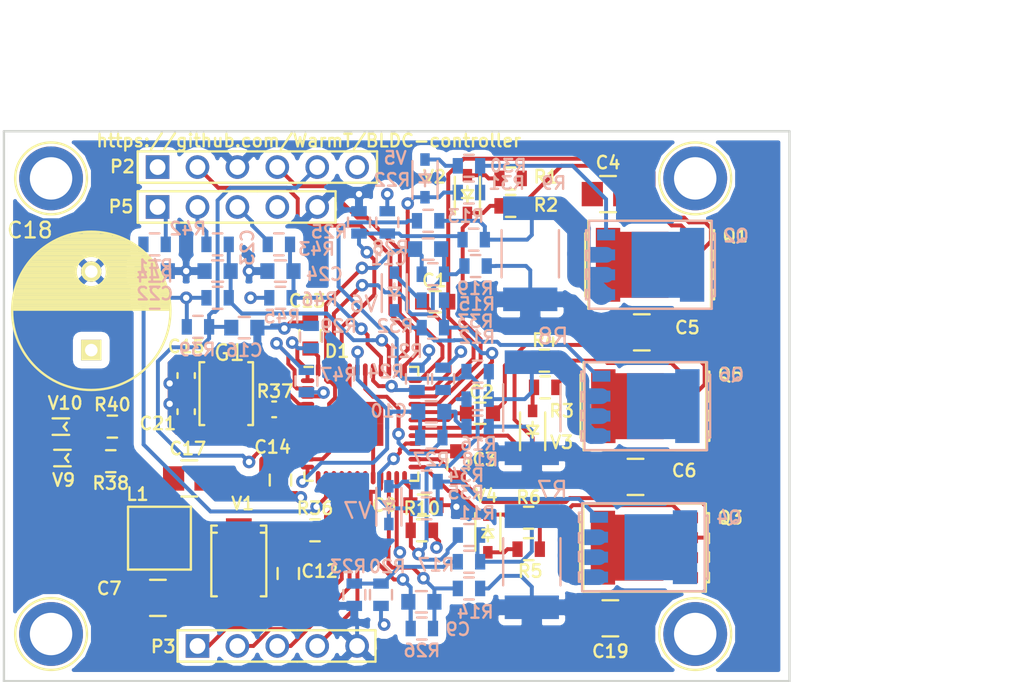
<source format=kicad_pcb>
(kicad_pcb (version 4) (host pcbnew 4.0.6-e0-6349~53~ubuntu16.04.1)
  (title_block (title "BLDC CONTROLLER") (date 26.02.2017) (rev 0.3) (company "Helsinki Hacklab") (comment 1 "Tero Kapanen"))
  (layers (0 F.Cu signal) (1 In1.Cu power) (2 In2.Cu power) (31 B.Cu signal) (34 B.Paste user) (35 F.Paste user) (36 B.SilkS user) (37 F.SilkS user) (38 B.Mask user) (39 F.Mask user) (44 Edge.Cuts user))
  (net 0 "")
  (net 1 "Net-(D1-Pad5)")
  (net 2 "Net-(D1-Pad25)")
  (net 3 "Net-(D1-Pad29)")
  (net 4 "Net-(D1-Pad33)")
  (net 5 +12V)
  (net 6 GND)
  (net 7 /OUTW)
  (net 8 /OUTV)
  (net 9 /OUTU)
  (net 10 /LSW)
  (net 11 /LSV)
  (net 12 /LSU)
  (net 13 /HSW)
  (net 14 /HSU)
  (net 15 /HSV)
  (net 16 "Net-(R1-Pad2)")
  (net 17 "Net-(R3-Pad2)")
  (net 18 "Net-(R5-Pad2)")
  (net 19 +3V3)
  (net 20 "Net-(D1-Pad28)")
  (net 21 "Net-(D1-Pad32)")
  (net 22 "Net-(D1-Pad36)")
  (net 23 W_SENSE_P)
  (net 24 U_SENSE_P)
  (net 25 V_SENSE_P)
  (net 26 "Net-(R30-Pad2)")
  (net 27 "Net-(R32-Pad2)")
  (net 28 "Net-(R34-Pad2)")
  (net 29 "Net-(R38-Pad2)")
  (net 30 /OC_COMP)
  (net 31 /NRST)
  (net 32 /SW)
  (net 33 /SWDIO)
  (net 34 /SWCLK)
  (net 35 "Net-(R40-Pad2)")
  (net 36 /W_ADC)
  (net 37 /V_ADC)
  (net 38 /U_ADC)
  (net 39 /OSC_IN)
  (net 40 "Net-(C21-Pad1)")
  (net 41 /HALL1/A+)
  (net 42 /HALL2/B+)
  (net 43 /HALL3/Z+)
  (net 44 "Net-(D1-Pad3)")
  (net 45 /SPI1_NSS)
  (net 46 /SPI1_SCK)
  (net 47 /SPI1_MISO)
  (net 48 /SPI1_MOSI)
  (net 49 "Net-(P5-Pad1)")
  (net 50 "Net-(P5-Pad2)")
  (net 51 "Net-(P5-Pad3)")
  (net 52 /OP1N)
  (net 53 /OP2N)
  (net 54 /OP3N)
  (net 55 /OP4P)
  (net 56 /OP4N)
  (net 57 /OP1P)
  (net 58 /OP2P)
  (net 59 /OP3P)
  (net 60 /VBOOSTU)
  (net 61 /VBOOSTV)
  (net 62 /VBOOSTW)
  (module project_footprints:C_0603 (layer F.Cu) (at 162.45 89.85 180)
    (fp_text reference C1 (at 0.05 1.35 180) (layer F.SilkS) (effects (font (size 0.8 0.8))))
    (fp_text value 100n hide)
    (pad 1 smd rect (at -0.83 0 180) (size 0.9 1) (layers F.Cu F.Paste F.Mask) (net 9 /OUTU))
    (pad 2 smd rect (at 0.83 0 180) (size 0.9 1) (layers F.Cu F.Paste F.Mask) (net 60 /VBOOSTU))
  )
  (module project_footprints:SOD-323 (layer B.Cu) (at 161.8 82 90)
    (fp_text reference V5 (at 1.3 -1.9 180) (layer B.SilkS) (effects (font (size 0.8 0.8)) (justify mirror)))
    (fp_text value 4148WS hide)
    (pad 1 smd rect (at -1.2 0 90) (size 0.8 0.6) (layers B.Cu B.Paste B.Mask) (net 22 "Net-(D1-Pad36)"))
    (pad 2 smd rect (at 1.2 0 90) (size 0.8 0.6) (layers B.Cu B.Paste B.Mask) (net 26 "Net-(R30-Pad2)"))
  )
  (module project_footprints:R_0603 (layer B.Cu) (at 164.6 108.1 180)
    (fp_text reference R14 (at -0.4 -1.5 180) (layer B.SilkS) (effects (font (size 0.8 0.8)) (justify mirror)))
    (fp_text value 1k0 hide)
    (pad 1 smd rect (at -0.71 0 180) (size 0.65 0.99) (layers B.Cu B.Paste B.Mask) (net 6 GND))
    (pad 2 smd rect (at 0.71 0 180) (size 0.65 0.99) (layers B.Cu B.Paste B.Mask) (net 52 /OP1N))
  )
  (module project_footprints:R_2512 (layer B.Cu) (at 168.6 106.4 270)
    (fp_text reference R7 (at -4.6 -1.3 360) (layer B.SilkS) (effects (justify mirror)))
    (fp_text value 0R01 hide)
    (pad 1 smd rect (at -2.9 0 270) (size 1.5 3.45) (layers B.Cu B.Paste B.Mask) (net 23 W_SENSE_P))
    (pad 2 smd rect (at 2.9 0 270) (size 1.5 3.45) (layers B.Cu B.Paste B.Mask) (net 6 GND) (thermal_gap 0.4))
  )
  (module project_footprints:SOD-323 (layer B.Cu) (at 159.85 89.2 90)
    (fp_text reference V6 (at -0.8 -1.95 360) (layer B.SilkS) (effects (justify mirror)))
    (fp_text value 4148WS hide)
    (pad 1 smd rect (at -1.2 0 90) (size 0.8 0.6) (layers B.Cu B.Paste B.Mask) (net 21 "Net-(D1-Pad32)"))
    (pad 2 smd rect (at 1.2 0 90) (size 0.8 0.6) (layers B.Cu B.Paste B.Mask) (net 27 "Net-(R32-Pad2)"))
  )
  (module project_footprints:SOD-323 (layer B.Cu) (at 159.5 102.8 90)
    (fp_text reference V7 (at -0.35 -2 360) (layer B.SilkS) (effects (justify mirror)))
    (fp_text value 4148WS hide)
    (pad 1 smd rect (at -1.2 0 90) (size 0.8 0.6) (layers B.Cu B.Paste B.Mask) (net 20 "Net-(D1-Pad28)"))
    (pad 2 smd rect (at 1.2 0 90) (size 0.8 0.6) (layers B.Cu B.Paste B.Mask) (net 28 "Net-(R34-Pad2)"))
  )
  (module project_footprints:Crystal_3225 (layer F.Cu) (at 149.15 95.7 270)
    (fp_text reference G1 (at -2.6 -0.2 360) (layer F.SilkS))
    (fp_text value NX3225GD hide)
    (pad 2 smd rect (at 0.95 0 270) (size 1.5 2.7) (layers F.Cu F.Paste F.Mask) (net 40 "Net-(C21-Pad1)"))
    (pad 1 smd rect (at -0.95 0 270) (size 1.5 2.7) (layers F.Cu F.Paste F.Mask) (net 39 /OSC_IN))
  )
  (module project_footprints:R_2512 (layer B.Cu) (at 168.6 96.6 270)
    (fp_text reference R8 (at -4.55 -1.35 360) (layer B.SilkS) (effects (justify mirror)))
    (fp_text value 0R01 hide)
    (pad 1 smd rect (at -2.9 0 270) (size 1.5 3.45) (layers B.Cu B.Paste B.Mask) (net 25 V_SENSE_P))
    (pad 2 smd rect (at 2.9 0 270) (size 1.5 3.45) (layers B.Cu B.Paste B.Mask) (net 6 GND) (thermal_gap 0.4))
  )
  (module Connect:1pin (layer F.Cu) (at 138 82)
    (fp_text reference REF** hide)
    (fp_text value 1pin hide)
    (pad "" np_thru_hole circle (at 0 0) (size 4.064 4.064) (drill 2.7) (layers *.Cu *.Mask))
  )
  (module Connect:1pin (layer F.Cu) (at 179 111)
    (fp_text reference REF** hide)
    (fp_text value 1pin hide)
    (pad "" np_thru_hole circle (at 0 0) (size 4.064 4.064) (drill 2.7) (layers *.Cu *.Mask))
  )
  (module Connect:1pin (layer F.Cu) (at 138 111)
    (fp_text reference REF** hide)
    (fp_text value 1pin hide)
    (pad "" np_thru_hole circle (at 0 0) (size 4.064 4.064) (drill 2.7) (layers *.Cu *.Mask))
  )
  (module Connect:1pin (layer F.Cu) (at 179 82)
    (fp_text reference REF** hide)
    (fp_text value 1pin hide)
    (pad "" np_thru_hole circle (at 0 0) (size 4.064 4.064) (drill 2.7) (layers *.Cu *.Mask))
  )
  (module project_footprints:C_Radial_D10_L25_P5 (layer F.Cu) (at 140.56 92.93 90)
    (fp_text reference C18 (at 7.63 -3.91 180) (layer F.SilkS))
    (fp_text value 680u hide)
    (pad 1 thru_hole rect (at 0 0 90) (size 1.3 1.3) (drill 0.8) (layers *.Cu *.Mask F.SilkS) (net 5 +12V))
    (pad 2 thru_hole circle (at 5 0 90) (size 1.3 1.3) (drill 0.8) (layers *.Cu *.Mask F.SilkS) (net 6 GND))
  )
  (module project_footprints:LED_0402 (layer F.Cu) (at 138.9 97.8)
    (fp_text reference V10 (at 0 -1.5) (layer F.SilkS) (effects (font (size 0.8 0.8))))
    (fp_text value LED_ALT hide)
    (pad 1 smd rect (at -0.45 0) (size 0.4 0.6) (layers F.Cu F.Paste F.Mask) (net 6 GND))
    (pad 2 smd rect (at 0.45 0) (size 0.4 0.6) (layers F.Cu F.Paste F.Mask) (net 35 "Net-(R40-Pad2)"))
  )
  (module project_footprints:LED_0402 (layer F.Cu) (at 139 99.8)
    (fp_text reference V9 (at -0.2 1.4) (layer F.SilkS) (effects (font (size 0.8 0.8))))
    (fp_text value LED_ALT hide)
    (pad 1 smd rect (at -0.45 0) (size 0.4 0.6) (layers F.Cu F.Paste F.Mask) (net 6 GND))
    (pad 2 smd rect (at 0.45 0) (size 0.4 0.6) (layers F.Cu F.Paste F.Mask) (net 29 "Net-(R38-Pad2)"))
  )
  (module project_footprints:SMA (layer F.Cu) (at 149.95 106.35 270)
    (fp_text reference V1 (at -3.65 -0.25 360) (layer F.SilkS) (effects (font (size 0.8 0.8))))
    (fp_text value STPS1L60A hide)
    (pad 1 smd rect (at -2.015 0 270) (size 1.4 1.64) (layers F.Cu F.Paste F.Mask) (net 32 /SW))
    (pad 2 smd rect (at 2.015 0 270) (size 1.4 1.64) (layers F.Cu F.Paste F.Mask) (net 6 GND))
  )
  (module project_footprints:BOURNS-SRN3015 (layer F.Cu) (at 144.9 104.9 90)
    (fp_text reference L1 (at 2.8 -1.4 360) (layer F.SilkS) (effects (font (size 0.8 0.8))))
    (fp_text value SRN3015-220M hide)
    (pad 1 smd rect (at 0 -1.1 90) (size 2.7 1) (layers F.Cu F.Paste F.Mask) (net 19 +3V3))
    (pad 2 smd rect (at 0 1.1 90) (size 2.7 1) (layers F.Cu F.Paste F.Mask) (net 32 /SW))
  )
  (module project_footprints:SOT-669_LFPAK56 (layer F.Cu) (at 176.1 87.5 90)
    (fp_text reference Q1 (at 1.85 5.45 180) (layer F.SilkS) (effects (font (size 0.8 0.8))))
    (fp_text value PSMN2R0-30YLD hide)
    (pad 2 smd rect (at -0.635 2.825 90) (size 0.7 1.15) (layers F.Cu F.Paste F.Mask) (net 9 /OUTU))
    (pad 1 smd rect (at -1.905 2.825 90) (size 0.7 1.15) (layers F.Cu F.Paste F.Mask) (net 9 /OUTU))
    (pad 3 smd rect (at 0.635 2.825 90) (size 0.7 1.15) (layers F.Cu F.Paste F.Mask) (net 9 /OUTU))
    (pad 5 smd rect (at 0 -2.65 90) (size 4.7 1.55) (layers F.Cu F.Mask) (net 5 +12V))
    (pad 5 smd rect (at 0 -0.45 90) (size 4.2 3.3) (layers F.Cu F.Mask) (net 5 +12V))
    (pad 4 smd rect (at 1.905 2.825 90) (size 0.7 1.15) (layers F.Cu F.Paste F.Mask) (net 14 /HSU))
  )
  (module project_footprints:SOT-669_LFPAK56 (layer B.Cu) (at 176.15 87.5 90)
    (fp_text reference Q2 (at 1.85 5.45 180) (layer B.SilkS) (effects (font (size 0.8 0.8)) (justify mirror)))
    (fp_text value PSMN2R0-30YLD hide)
    (pad 2 smd rect (at -0.635 -2.825 90) (size 0.7 1.15) (layers B.Cu B.Paste B.Mask) (net 24 U_SENSE_P))
    (pad 1 smd rect (at -1.905 -2.825 90) (size 0.7 1.15) (layers B.Cu B.Paste B.Mask) (net 24 U_SENSE_P))
    (pad 3 smd rect (at 0.635 -2.825 90) (size 0.7 1.15) (layers B.Cu B.Paste B.Mask) (net 24 U_SENSE_P))
    (pad 5 smd rect (at 0 2.65 90) (size 4.7 1.55) (layers B.Cu B.Mask) (net 9 /OUTU))
    (pad 5 smd rect (at 0 0.45 90) (size 4.2 3.3) (layers B.Cu B.Mask) (net 9 /OUTU))
    (pad 4 smd rect (at 1.905 -2.825 90) (size 0.7 1.15) (layers B.Cu B.Paste B.Mask) (net 12 /LSU))
  )
  (module project_footprints:SOT-669_LFPAK56 (layer F.Cu) (at 175.8 96.5 90)
    (fp_text reference Q5 (at 2 5.45 180) (layer F.SilkS) (effects (font (size 0.8 0.8))))
    (fp_text value PSMN2R0-30YLD hide)
    (pad 2 smd rect (at -0.635 2.825 90) (size 0.7 1.15) (layers F.Cu F.Paste F.Mask) (net 8 /OUTV))
    (pad 1 smd rect (at -1.905 2.825 90) (size 0.7 1.15) (layers F.Cu F.Paste F.Mask) (net 8 /OUTV))
    (pad 3 smd rect (at 0.635 2.825 90) (size 0.7 1.15) (layers F.Cu F.Paste F.Mask) (net 8 /OUTV))
    (pad 5 smd rect (at 0 -2.65 90) (size 4.7 1.55) (layers F.Cu F.Mask) (net 5 +12V))
    (pad 5 smd rect (at 0 -0.45 90) (size 4.2 3.3) (layers F.Cu F.Mask) (net 5 +12V))
    (pad 4 smd rect (at 1.905 2.825 90) (size 0.7 1.15) (layers F.Cu F.Paste F.Mask) (net 15 /HSV))
  )
  (module project_footprints:SOT-669_LFPAK56 (layer B.Cu) (at 175.85 96.495 90)
    (fp_text reference Q6 (at 2 5.45 180) (layer B.SilkS) (effects (font (size 0.8 0.8)) (justify mirror)))
    (fp_text value PSMN2R0-30YLD hide)
    (pad 2 smd rect (at -0.635 -2.825 90) (size 0.7 1.15) (layers B.Cu B.Paste B.Mask) (net 25 V_SENSE_P))
    (pad 1 smd rect (at -1.905 -2.825 90) (size 0.7 1.15) (layers B.Cu B.Paste B.Mask) (net 25 V_SENSE_P))
    (pad 3 smd rect (at 0.635 -2.825 90) (size 0.7 1.15) (layers B.Cu B.Paste B.Mask) (net 25 V_SENSE_P))
    (pad 5 smd rect (at 0 2.65 90) (size 4.7 1.55) (layers B.Cu B.Mask) (net 8 /OUTV))
    (pad 5 smd rect (at 0 0.45 90) (size 4.2 3.3) (layers B.Cu B.Mask) (net 8 /OUTV))
    (pad 4 smd rect (at 1.905 -2.825 90) (size 0.7 1.15) (layers B.Cu B.Paste B.Mask) (net 11 /LSV))
  )
  (module project_footprints:SOT-669_LFPAK56 (layer F.Cu) (at 175.775 105.505 90)
    (fp_text reference Q3 (at 1.9 5.45 180) (layer F.SilkS) (effects (font (size 0.8 0.8))))
    (fp_text value PSMN2R0-30YLD hide)
    (pad 2 smd rect (at -0.635 2.825 90) (size 0.7 1.15) (layers F.Cu F.Paste F.Mask) (net 7 /OUTW))
    (pad 1 smd rect (at -1.905 2.825 90) (size 0.7 1.15) (layers F.Cu F.Paste F.Mask) (net 7 /OUTW))
    (pad 3 smd rect (at 0.635 2.825 90) (size 0.7 1.15) (layers F.Cu F.Paste F.Mask) (net 7 /OUTW))
    (pad 5 smd rect (at 0 -2.65 90) (size 4.7 1.55) (layers F.Cu F.Mask) (net 5 +12V))
    (pad 5 smd rect (at 0 -0.45 90) (size 4.2 3.3) (layers F.Cu F.Mask) (net 5 +12V))
    (pad 4 smd rect (at 1.905 2.825 90) (size 0.7 1.15) (layers F.Cu F.Paste F.Mask) (net 13 /HSW))
  )
  (module project_footprints:SOT-669_LFPAK56 (layer B.Cu) (at 175.7 105.475 90)
    (fp_text reference Q4 (at 1.9 5.45 180) (layer B.SilkS) (effects (font (size 0.8 0.8)) (justify mirror)))
    (fp_text value PSMN2R0-30YLD hide)
    (pad 2 smd rect (at -0.635 -2.825 90) (size 0.7 1.15) (layers B.Cu B.Paste B.Mask) (net 23 W_SENSE_P))
    (pad 1 smd rect (at -1.905 -2.825 90) (size 0.7 1.15) (layers B.Cu B.Paste B.Mask) (net 23 W_SENSE_P))
    (pad 3 smd rect (at 0.635 -2.825 90) (size 0.7 1.15) (layers B.Cu B.Paste B.Mask) (net 23 W_SENSE_P))
    (pad 5 smd rect (at 0 2.65 90) (size 4.7 1.55) (layers B.Cu B.Mask) (net 7 /OUTW))
    (pad 5 smd rect (at 0 0.45 90) (size 4.2 3.3) (layers B.Cu B.Mask) (net 7 /OUTW))
    (pad 4 smd rect (at 1.905 -2.825 90) (size 0.7 1.15) (layers B.Cu B.Paste B.Mask) (net 10 /LSW))
  )
  (module project_footprints:SOD-323 (layer F.Cu) (at 164.5 83 90)
    (fp_text reference V2 (at 1.1 -2.1 180) (layer F.SilkS) (effects (font (size 0.8 0.8))))
    (fp_text value 4148WS hide)
    (pad 1 smd rect (at -1.2 0 90) (size 0.8 0.6) (layers F.Cu F.Paste F.Mask) (net 4 "Net-(D1-Pad33)"))
    (pad 2 smd rect (at 1.2 0 90) (size 0.8 0.6) (layers F.Cu F.Paste F.Mask) (net 16 "Net-(R1-Pad2)"))
  )
  (module project_footprints:R_2512 (layer B.Cu) (at 168.5 86.8 270)
    (fp_text reference R9 (at -4.5 -1.5 360) (layer B.SilkS) (effects (font (size 0.8 0.8)) (justify mirror)))
    (fp_text value 0R01 hide)
    (pad 1 smd rect (at -2.9 0 270) (size 1.5 3.45) (layers B.Cu B.Paste B.Mask) (net 24 U_SENSE_P))
    (pad 2 smd rect (at 2.9 0 270) (size 1.5 3.45) (layers B.Cu B.Paste B.Mask) (net 6 GND) (thermal_gap 0.4))
  )
  (module project_footprints:C_0805 (layer F.Cu) (at 173.45 83)
    (fp_text reference C4 (at 0 -2) (layer F.SilkS) (effects (font (size 0.8 0.8))))
    (fp_text value 220n hide)
    (pad 1 smd rect (at -1 0) (size 1.35 1.55) (layers F.Cu F.Paste F.Mask) (net 5 +12V))
    (pad 2 smd rect (at 1 0) (size 1.35 1.55) (layers F.Cu F.Paste F.Mask) (net 6 GND))
  )
  (module project_footprints:SOD-323 (layer F.Cu) (at 168.65 98 90)
    (fp_text reference V3 (at -0.8 1.85 180) (layer F.SilkS) (effects (font (size 0.8 0.8))))
    (fp_text value 4148WS hide)
    (pad 1 smd rect (at -1.2 0 90) (size 0.8 0.6) (layers F.Cu F.Paste F.Mask) (net 3 "Net-(D1-Pad29)"))
    (pad 2 smd rect (at 1.2 0 90) (size 0.8 0.6) (layers F.Cu F.Paste F.Mask) (net 17 "Net-(R3-Pad2)"))
  )
  (module project_footprints:SOD-323 (layer F.Cu) (at 165.8 104.6 270)
    (fp_text reference V4 (at -2.4 0.1 360) (layer F.SilkS) (effects (font (size 0.8 0.8))))
    (fp_text value 4148WS hide)
    (pad 1 smd rect (at -1.2 0 270) (size 0.8 0.6) (layers F.Cu F.Paste F.Mask) (net 2 "Net-(D1-Pad25)"))
    (pad 2 smd rect (at 1.2 0 270) (size 0.8 0.6) (layers F.Cu F.Paste F.Mask) (net 18 "Net-(R5-Pad2)"))
  )
  (module project_footprints:C_0805 (layer F.Cu) (at 175.2 101)
    (fp_text reference C6 (at 3.1 -0.4) (layer F.SilkS) (effects (font (size 0.8 0.8))))
    (fp_text value 220n hide)
    (pad 1 smd rect (at -1 0) (size 1.35 1.55) (layers F.Cu F.Paste F.Mask) (net 5 +12V))
    (pad 2 smd rect (at 1 0) (size 1.35 1.55) (layers F.Cu F.Paste F.Mask) (net 6 GND))
  )
  (module project_footprints:C_0805 (layer F.Cu) (at 144.8 108.7)
    (fp_text reference C7 (at -3.1 -0.6 180) (layer F.SilkS) (effects (font (size 0.8 0.8))))
    (fp_text value 47u hide)
    (pad 1 smd rect (at -1 0) (size 1.35 1.55) (layers F.Cu F.Paste F.Mask) (net 19 +3V3))
    (pad 2 smd rect (at 1 0) (size 1.35 1.55) (layers F.Cu F.Paste F.Mask) (net 6 GND))
  )
  (module project_footprints:C_0805 (layer F.Cu) (at 146.8 101.1)
    (fp_text reference C17 (at -0.1 -1.9 180) (layer F.SilkS) (effects (font (size 0.8 0.8))))
    (fp_text value 220n hide)
    (pad 1 smd rect (at -1 0) (size 1.35 1.55) (layers F.Cu F.Paste F.Mask) (net 5 +12V))
    (pad 2 smd rect (at 1 0) (size 1.35 1.55) (layers F.Cu F.Paste F.Mask) (net 6 GND))
  )
  (module project_footprints:C_0805 (layer F.Cu) (at 175.6 91.8)
    (fp_text reference C5 (at 2.9 -0.3) (layer F.SilkS) (effects (font (size 0.8 0.8))))
    (fp_text value 220n hide)
    (pad 1 smd rect (at -1 0) (size 1.35 1.55) (layers F.Cu F.Paste F.Mask) (net 5 +12V))
    (pad 2 smd rect (at 1 0) (size 1.35 1.55) (layers F.Cu F.Paste F.Mask) (net 6 GND))
  )
  (module project_footprints:C_0805 (layer F.Cu) (at 173.6 110 180)
    (fp_text reference C19 (at 0 -2.1 180) (layer F.SilkS) (effects (font (size 0.8 0.8))))
    (fp_text value 220n hide)
    (pad 1 smd rect (at -1 0 180) (size 1.35 1.55) (layers F.Cu F.Paste F.Mask) (net 5 +12V))
    (pad 2 smd rect (at 1 0 180) (size 1.35 1.55) (layers F.Cu F.Paste F.Mask) (net 6 GND))
  )
  (module project_footprints:PINHEAD1-5 (layer F.Cu) (at 149.86 83.82)
    (fp_text reference P5 (at -7.41 -0.02) (layer F.SilkS) (effects (font (size 0.8 0.8))))
    (fp_text value CONN_01X05 hide)
    (pad 1 thru_hole rect (at -5.08 0) (size 1.5 1.5) (drill 1) (layers *.Cu *.Mask) (net 49 "Net-(P5-Pad1)"))
    (pad 2 thru_hole circle (at -2.54 0) (size 1.5 1.5) (drill 1) (layers *.Cu *.Mask) (net 50 "Net-(P5-Pad2)"))
    (pad 3 thru_hole circle (at 0 0) (size 1.5 1.5) (drill 1) (layers *.Cu *.Mask) (net 51 "Net-(P5-Pad3)"))
    (pad 4 thru_hole circle (at 2.54 0) (size 1.5 1.5) (drill 1) (layers *.Cu *.Mask) (net 19 +3V3))
    (pad 5 thru_hole circle (at 5.08 0) (size 1.5 1.5) (drill 1) (layers *.Cu *.Mask) (net 6 GND))
  )
  (module project_footprints:PINHEAD1-6 (layer F.Cu) (at 151.13 81.28)
    (fp_text reference P2 (at -8.59 -0.03) (layer F.SilkS) (effects (font (size 0.8 0.8))))
    (fp_text value CONN_01X06 hide)
    (pad 1 thru_hole rect (at -6.35 0) (size 1.5 1.5) (drill 1) (layers *.Cu *.Mask) (net 19 +3V3))
    (pad 2 thru_hole circle (at -3.81 0) (size 1.5 1.5) (drill 1) (layers *.Cu *.Mask) (net 34 /SWCLK))
    (pad 3 thru_hole circle (at -1.27 0) (size 1.5 1.5) (drill 1) (layers *.Cu *.Mask) (net 6 GND))
    (pad 4 thru_hole circle (at 1.27 0) (size 1.5 1.5) (drill 1) (layers *.Cu *.Mask) (net 33 /SWDIO))
    (pad 5 thru_hole circle (at 3.81 0) (size 1.5 1.5) (drill 1) (layers *.Cu *.Mask) (net 31 /NRST))
    (pad 6 thru_hole circle (at 6.35 0) (size 1.5 1.5) (drill 1) (layers *.Cu *.Mask))
  )
  (module project_footprints:PINHEAD1-5 (layer F.Cu) (at 152.4 111.76)
    (fp_text reference P3 (at -7.26 0.04) (layer F.SilkS) (effects (font (size 0.8 0.8))))
    (fp_text value CONN_01X05 hide)
    (pad 1 thru_hole rect (at -5.08 0) (size 1.5 1.5) (drill 1) (layers *.Cu *.Mask) (net 45 /SPI1_NSS))
    (pad 2 thru_hole circle (at -2.54 0) (size 1.5 1.5) (drill 1) (layers *.Cu *.Mask) (net 46 /SPI1_SCK))
    (pad 3 thru_hole circle (at 0 0) (size 1.5 1.5) (drill 1) (layers *.Cu *.Mask) (net 47 /SPI1_MISO))
    (pad 4 thru_hole circle (at 2.54 0) (size 1.5 1.5) (drill 1) (layers *.Cu *.Mask) (net 48 /SPI1_MOSI))
    (pad 5 thru_hole circle (at 5.08 0) (size 1.5 1.5) (drill 1) (layers *.Cu *.Mask) (net 6 GND))
  )
  (module project_footprints:C_0603 (layer F.Cu) (at 153.1 107.15 270)
    (fp_text reference C12 (at -0.15 -2 360) (layer F.SilkS) (effects (font (size 0.8 0.8))))
    (fp_text value 100n hide)
    (pad 1 smd rect (at -0.83 0 270) (size 0.9 1) (layers F.Cu F.Paste F.Mask) (net 5 +12V))
    (pad 2 smd rect (at 0.83 0 270) (size 0.9 1) (layers F.Cu F.Paste F.Mask) (net 6 GND))
  )
  (module project_footprints:C_0603 (layer F.Cu) (at 154.5 92 90)
    (fp_text reference C13 (at 2.2 -0.2 180) (layer F.SilkS) (effects (font (size 0.8 0.8))))
    (fp_text value 100n hide)
    (pad 1 smd rect (at -0.83 0 90) (size 0.9 1) (layers F.Cu F.Paste F.Mask) (net 19 +3V3))
    (pad 2 smd rect (at 0.83 0 90) (size 0.9 1) (layers F.Cu F.Paste F.Mask) (net 6 GND))
  )
  (module project_footprints:C_0603 (layer F.Cu) (at 152.6 101.2 270)
    (fp_text reference C14 (at -2.1 0.5 360) (layer F.SilkS) (effects (font (size 0.8 0.8))))
    (fp_text value 100n hide)
    (pad 1 smd rect (at -0.83 0 270) (size 0.9 1) (layers F.Cu F.Paste F.Mask) (net 19 +3V3))
    (pad 2 smd rect (at 0.83 0 270) (size 0.9 1) (layers F.Cu F.Paste F.Mask) (net 6 GND))
  )
  (module project_footprints:C_0603 (layer F.Cu) (at 165.3 96.95 180)
    (fp_text reference C2 (at -0.1 1.35 180) (layer F.SilkS) (effects (font (size 0.8 0.8))))
    (fp_text value 100n hide)
    (pad 1 smd rect (at -0.83 0 180) (size 0.9 1) (layers F.Cu F.Paste F.Mask) (net 8 /OUTV))
    (pad 2 smd rect (at 0.83 0 180) (size 0.9 1) (layers F.Cu F.Paste F.Mask) (net 61 /VBOOSTV))
  )
  (module project_footprints:C_0603 (layer F.Cu) (at 163.9 100.2 90)
    (fp_text reference C3 (at 0.3 1.7 180) (layer F.SilkS) (effects (font (size 0.8 0.8))))
    (fp_text value 100n hide)
    (pad 1 smd rect (at -0.83 0 90) (size 0.9 1) (layers F.Cu F.Paste F.Mask) (net 7 /OUTW))
    (pad 2 smd rect (at 0.83 0 90) (size 0.9 1) (layers F.Cu F.Paste F.Mask) (net 62 /VBOOSTW))
  )
  (module project_footprints:R_0603 (layer F.Cu) (at 167.25 82 180)
    (fp_text reference R1 (at -2.25 0.1 180) (layer F.SilkS) (effects (font (size 0.8 0.8))))
    (fp_text value 10R hide)
    (pad 1 smd rect (at -0.71 0 180) (size 0.65 0.99) (layers F.Cu F.Paste F.Mask) (net 14 /HSU))
    (pad 2 smd rect (at 0.71 0 180) (size 0.65 0.99) (layers F.Cu F.Paste F.Mask) (net 16 "Net-(R1-Pad2)"))
  )
  (module project_footprints:R_0603 (layer F.Cu) (at 167.25 83.75 180)
    (fp_text reference R2 (at -2.25 0.05 180) (layer F.SilkS) (effects (font (size 0.8 0.8))))
    (fp_text value 62R hide)
    (pad 1 smd rect (at -0.71 0 180) (size 0.65 0.99) (layers F.Cu F.Paste F.Mask) (net 14 /HSU))
    (pad 2 smd rect (at 0.71 0 180) (size 0.65 0.99) (layers F.Cu F.Paste F.Mask) (net 4 "Net-(D1-Pad33)"))
  )
  (module project_footprints:R_0603 (layer F.Cu) (at 169.45 95.3 180)
    (fp_text reference R3 (at -1.05 -1.5 180) (layer F.SilkS) (effects (font (size 0.8 0.8))))
    (fp_text value 10R hide)
    (pad 1 smd rect (at -0.71 0 180) (size 0.65 0.99) (layers F.Cu F.Paste F.Mask) (net 15 /HSV))
    (pad 2 smd rect (at 0.71 0 180) (size 0.65 0.99) (layers F.Cu F.Paste F.Mask) (net 17 "Net-(R3-Pad2)"))
  )
  (module project_footprints:R_0603 (layer F.Cu) (at 169.4 93.6 180)
    (fp_text reference R4 (at 0 1.3 180) (layer F.SilkS) (effects (font (size 0.8 0.8))))
    (fp_text value 62R hide)
    (pad 1 smd rect (at -0.71 0 180) (size 0.65 0.99) (layers F.Cu F.Paste F.Mask) (net 15 /HSV))
    (pad 2 smd rect (at 0.71 0 180) (size 0.65 0.99) (layers F.Cu F.Paste F.Mask) (net 3 "Net-(D1-Pad29)"))
  )
  (module project_footprints:R_0603 (layer F.Cu) (at 168.4 105.6 180)
    (fp_text reference R5 (at -0.1 -1.4 180) (layer F.SilkS) (effects (font (size 0.8 0.8))))
    (fp_text value 10R hide)
    (pad 1 smd rect (at -0.71 0 180) (size 0.65 0.99) (layers F.Cu F.Paste F.Mask) (net 13 /HSW))
    (pad 2 smd rect (at 0.71 0 180) (size 0.65 0.99) (layers F.Cu F.Paste F.Mask) (net 18 "Net-(R5-Pad2)"))
  )
  (module project_footprints:R_0603 (layer F.Cu) (at 168.4 103.6 180)
    (fp_text reference R6 (at 0 1.3 180) (layer F.SilkS) (effects (font (size 0.8 0.8))))
    (fp_text value 62R hide)
    (pad 1 smd rect (at -0.71 0 180) (size 0.65 0.99) (layers F.Cu F.Paste F.Mask) (net 13 /HSW))
    (pad 2 smd rect (at 0.71 0 180) (size 0.65 0.99) (layers F.Cu F.Paste F.Mask) (net 2 "Net-(D1-Pad25)"))
  )
  (module project_footprints:R_0603 (layer B.Cu) (at 164.6 81.2 180)
    (fp_text reference R30 (at -2.5 0 180) (layer B.SilkS) (effects (font (size 0.8 0.8)) (justify mirror)))
    (fp_text value 10R hide)
    (pad 1 smd rect (at -0.71 0 180) (size 0.65 0.99) (layers B.Cu B.Paste B.Mask) (net 12 /LSU))
    (pad 2 smd rect (at 0.71 0 180) (size 0.65 0.99) (layers B.Cu B.Paste B.Mask) (net 26 "Net-(R30-Pad2)"))
  )
  (module project_footprints:R_0603 (layer B.Cu) (at 164.6 82.9 180)
    (fp_text reference R31 (at -2.4 0.6 180) (layer B.SilkS) (effects (font (size 0.8 0.8)) (justify mirror)))
    (fp_text value 62R hide)
    (pad 1 smd rect (at -0.71 0 180) (size 0.65 0.99) (layers B.Cu B.Paste B.Mask) (net 12 /LSU))
    (pad 2 smd rect (at 0.71 0 180) (size 0.65 0.99) (layers B.Cu B.Paste B.Mask) (net 22 "Net-(D1-Pad36)"))
  )
  (module project_footprints:R_0603 (layer B.Cu) (at 162.3 89.75 180)
    (fp_text reference R32 (at 2.4 -1.65 180) (layer B.SilkS) (effects (font (size 0.8 0.8)) (justify mirror)))
    (fp_text value 10R hide)
    (pad 1 smd rect (at -0.71 0 180) (size 0.65 0.99) (layers B.Cu B.Paste B.Mask) (net 11 /LSV))
    (pad 2 smd rect (at 0.71 0 180) (size 0.65 0.99) (layers B.Cu B.Paste B.Mask) (net 27 "Net-(R32-Pad2)"))
  )
  (module project_footprints:R_0603 (layer B.Cu) (at 162.3 91.5 180)
    (fp_text reference R33 (at -2.7 0.4 180) (layer B.SilkS) (effects (font (size 0.8 0.8)) (justify mirror)))
    (fp_text value 62R hide)
    (pad 1 smd rect (at -0.71 0 180) (size 0.65 0.99) (layers B.Cu B.Paste B.Mask) (net 11 /LSV))
    (pad 2 smd rect (at 0.71 0 180) (size 0.65 0.99) (layers B.Cu B.Paste B.Mask) (net 21 "Net-(D1-Pad32)"))
  )
  (module project_footprints:R_0603 (layer B.Cu) (at 161.9 101.3 180)
    (fp_text reference R34 (at -2.5 0.4 180) (layer B.SilkS) (effects (font (size 0.8 0.8)) (justify mirror)))
    (fp_text value 10R hide)
    (pad 1 smd rect (at -0.71 0 180) (size 0.65 0.99) (layers B.Cu B.Paste B.Mask) (net 10 /LSW))
    (pad 2 smd rect (at 0.71 0 180) (size 0.65 0.99) (layers B.Cu B.Paste B.Mask) (net 28 "Net-(R34-Pad2)"))
  )
  (module project_footprints:R_0603 (layer B.Cu) (at 161.9 103 180)
    (fp_text reference R35 (at -2.5 1 180) (layer B.SilkS) (effects (font (size 0.8 0.8)) (justify mirror)))
    (fp_text value 62R hide)
    (pad 1 smd rect (at -0.71 0 180) (size 0.65 0.99) (layers B.Cu B.Paste B.Mask) (net 10 /LSW))
    (pad 2 smd rect (at 0.71 0 180) (size 0.65 0.99) (layers B.Cu B.Paste B.Mask) (net 20 "Net-(D1-Pad28)"))
  )
  (module project_footprints:R_0603 (layer F.Cu) (at 141.9 97.8 180)
    (fp_text reference R40 (at 0 1.4 180) (layer F.SilkS) (effects (font (size 0.8 0.8))))
    (fp_text value 2k2 hide)
    (pad 1 smd rect (at -0.71 0 180) (size 0.65 0.99) (layers F.Cu F.Paste F.Mask) (net 5 +12V))
    (pad 2 smd rect (at 0.71 0 180) (size 0.65 0.99) (layers F.Cu F.Paste F.Mask) (net 35 "Net-(R40-Pad2)"))
  )
  (module project_footprints:R_0603 (layer B.Cu) (at 165.02 87.58 180)
    (fp_text reference R15 (at -0.08 -2.42 180) (layer B.SilkS) (effects (font (size 0.8 0.8)) (justify mirror)))
    (fp_text value 1k0 hide)
    (pad 1 smd rect (at -0.71 0 180) (size 0.65 0.99) (layers B.Cu B.Paste B.Mask) (net 6 GND))
    (pad 2 smd rect (at 0.71 0 180) (size 0.65 0.99) (layers B.Cu B.Paste B.Mask) (net 54 /OP3N))
  )
  (module project_footprints:R_0603 (layer B.Cu) (at 165.15 97.8 180)
    (fp_text reference R16 (at -0.05 -1.1 180) (layer B.SilkS) (effects (font (size 0.8 0.8)) (justify mirror)))
    (fp_text value 1k0 hide)
    (pad 1 smd rect (at -0.71 0 180) (size 0.65 0.99) (layers B.Cu B.Paste B.Mask) (net 6 GND))
    (pad 2 smd rect (at 0.71 0 180) (size 0.65 0.99) (layers B.Cu B.Paste B.Mask) (net 53 /OP2N))
  )
  (module project_footprints:R_0603 (layer B.Cu) (at 164.6 106.4)
    (fp_text reference R17 (at -2.1 0.2) (layer B.SilkS) (effects (font (size 0.8 0.8)) (justify mirror)))
    (fp_text value 560R hide)
    (pad 1 smd rect (at -0.71 0) (size 0.65 0.99) (layers B.Cu B.Paste B.Mask) (net 57 /OP1P))
    (pad 2 smd rect (at 0.71 0) (size 0.65 0.99) (layers B.Cu B.Paste B.Mask) (net 23 W_SENSE_P))
  )
  (module project_footprints:R_0603 (layer B.Cu) (at 165.15 96.05)
    (fp_text reference R18 (at 0.15 3.85) (layer B.SilkS) (effects (font (size 0.8 0.8)) (justify mirror)))
    (fp_text value 560R hide)
    (pad 1 smd rect (at -0.71 0) (size 0.65 0.99) (layers B.Cu B.Paste B.Mask) (net 58 /OP2P))
    (pad 2 smd rect (at 0.71 0) (size 0.65 0.99) (layers B.Cu B.Paste B.Mask) (net 25 V_SENSE_P))
  )
  (module project_footprints:R_0603 (layer B.Cu) (at 164.9 85.9)
    (fp_text reference R19 (at 0.1 3.1) (layer B.SilkS) (effects (font (size 0.8 0.8)) (justify mirror)))
    (fp_text value 560R hide)
    (pad 1 smd rect (at -0.71 0) (size 0.65 0.99) (layers B.Cu B.Paste B.Mask) (net 59 /OP3P))
    (pad 2 smd rect (at 0.71 0) (size 0.65 0.99) (layers B.Cu B.Paste B.Mask) (net 24 U_SENSE_P))
  )
  (module project_footprints:R_0603 (layer B.Cu) (at 159 108.5 90)
    (fp_text reference R20 (at 1.8 0.4 180) (layer B.SilkS) (effects (font (size 0.8 0.8)) (justify mirror)))
    (fp_text value 8k2 hide)
    (pad 1 smd rect (at -0.71 0 90) (size 0.65 0.99) (layers B.Cu B.Paste B.Mask) (net 19 +3V3))
    (pad 2 smd rect (at 0.71 0 90) (size 0.65 0.99) (layers B.Cu B.Paste B.Mask) (net 57 /OP1P))
  )
  (module project_footprints:R_0603 (layer B.Cu) (at 162.95 94.76 270)
    (fp_text reference R21 (at -1.76 2.45 360) (layer B.SilkS) (effects (font (size 0.8 0.8)) (justify mirror)))
    (fp_text value 8k2 hide)
    (pad 1 smd rect (at -0.71 0 270) (size 0.65 0.99) (layers B.Cu B.Paste B.Mask) (net 19 +3V3))
    (pad 2 smd rect (at 0.71 0 270) (size 0.65 0.99) (layers B.Cu B.Paste B.Mask) (net 58 /OP2P))
  )
  (module project_footprints:R_0603 (layer B.Cu) (at 159.4 84.8 270)
    (fp_text reference R22 (at -2.7 -0.3 360) (layer B.SilkS) (effects (font (size 0.8 0.8)) (justify mirror)))
    (fp_text value 8k2 hide)
    (pad 1 smd rect (at -0.71 0 270) (size 0.65 0.99) (layers B.Cu B.Paste B.Mask) (net 19 +3V3))
    (pad 2 smd rect (at 0.71 0 270) (size 0.65 0.99) (layers B.Cu B.Paste B.Mask) (net 59 /OP3P))
  )
  (module project_footprints:R_0603 (layer B.Cu) (at 157.3 108.5 270)
    (fp_text reference R23 (at -1.8 0.4 360) (layer B.SilkS) (effects (font (size 0.8 0.8)) (justify mirror)))
    (fp_text value 560R hide)
    (pad 1 smd rect (at -0.71 0 270) (size 0.65 0.99) (layers B.Cu B.Paste B.Mask) (net 57 /OP1P))
    (pad 2 smd rect (at 0.71 0 270) (size 0.65 0.99) (layers B.Cu B.Paste B.Mask) (net 6 GND))
  )
  (module project_footprints:R_0603 (layer B.Cu) (at 161.29 94.76 90)
    (fp_text reference R24 (at 0.46 -1.99 180) (layer B.SilkS) (effects (font (size 0.8 0.8)) (justify mirror)))
    (fp_text value 560R hide)
    (pad 1 smd rect (at -0.71 0 90) (size 0.65 0.99) (layers B.Cu B.Paste B.Mask) (net 58 /OP2P))
    (pad 2 smd rect (at 0.71 0 90) (size 0.65 0.99) (layers B.Cu B.Paste B.Mask) (net 6 GND))
  )
  (module project_footprints:R_0603 (layer B.Cu) (at 157.6 84.8 90)
    (fp_text reference R25 (at -0.6 -1.9 180) (layer B.SilkS) (effects (font (size 0.8 0.8)) (justify mirror)))
    (fp_text value 560R hide)
    (pad 1 smd rect (at -0.71 0 90) (size 0.65 0.99) (layers B.Cu B.Paste B.Mask) (net 59 /OP3P))
    (pad 2 smd rect (at 0.71 0 90) (size 0.65 0.99) (layers B.Cu B.Paste B.Mask) (net 6 GND))
  )
  (module project_footprints:R_0603 (layer B.Cu) (at 161.6 110.65)
    (fp_text reference R26 (at 0 1.4) (layer B.SilkS) (effects (font (size 0.8 0.8)) (justify mirror)))
    (fp_text value 15k hide)
    (pad 1 smd rect (at -0.71 0) (size 0.65 0.99) (layers B.Cu B.Paste B.Mask) (net 36 /W_ADC))
    (pad 2 smd rect (at 0.71 0) (size 0.65 0.99) (layers B.Cu B.Paste B.Mask) (net 52 /OP1N))
  )
  (module project_footprints:R_0603 (layer B.Cu) (at 162.2 98.5)
    (fp_text reference R27 (at 0 1.4) (layer B.SilkS) (effects (font (size 0.8 0.8)) (justify mirror)))
    (fp_text value 15k hide)
    (pad 1 smd rect (at -0.71 0) (size 0.65 0.99) (layers B.Cu B.Paste B.Mask) (net 37 /V_ADC))
    (pad 2 smd rect (at 0.71 0) (size 0.65 0.99) (layers B.Cu B.Paste B.Mask) (net 53 /OP2N))
  )
  (module project_footprints:R_0603 (layer B.Cu) (at 162.3 88.1)
    (fp_text reference R28 (at -2.7 -1.7) (layer B.SilkS) (effects (font (size 0.8 0.8)) (justify mirror)))
    (fp_text value 15k hide)
    (pad 1 smd rect (at -0.71 0) (size 0.65 0.99) (layers B.Cu B.Paste B.Mask) (net 38 /U_ADC))
    (pad 2 smd rect (at 0.71 0) (size 0.65 0.99) (layers B.Cu B.Paste B.Mask) (net 54 /OP3N))
  )
  (module project_footprints:R_0603 (layer B.Cu) (at 154.55 92.1 90)
    (fp_text reference R29 (at 0.7 1.75 180) (layer B.SilkS) (effects (font (size 0.8 0.8)) (justify mirror)))
    (fp_text value 2k2 hide)
    (pad 1 smd rect (at -0.71 0 90) (size 0.65 0.99) (layers B.Cu B.Paste B.Mask) (net 55 /OP4P))
    (pad 2 smd rect (at 0.71 0 90) (size 0.65 0.99) (layers B.Cu B.Paste B.Mask) (net 6 GND))
  )
  (module project_footprints:C_0603 (layer B.Cu) (at 161.57 108.95)
    (fp_text reference C9 (at 2.33 1.75) (layer B.SilkS) (effects (font (size 0.8 0.8)) (justify mirror)))
    (fp_text value 100p hide)
    (pad 1 smd rect (at -0.83 0) (size 0.9 1) (layers B.Cu B.Paste B.Mask) (net 36 /W_ADC))
    (pad 2 smd rect (at 0.83 0) (size 0.9 1) (layers B.Cu B.Paste B.Mask) (net 52 /OP1N))
  )
  (module project_footprints:C_0603 (layer B.Cu) (at 162.2 96.85)
    (fp_text reference C10 (at -2.7 -0.05) (layer B.SilkS) (effects (font (size 0.8 0.8)) (justify mirror)))
    (fp_text value 100p hide)
    (pad 1 smd rect (at -0.83 0) (size 0.9 1) (layers B.Cu B.Paste B.Mask) (net 37 /V_ADC))
    (pad 2 smd rect (at 0.83 0) (size 0.9 1) (layers B.Cu B.Paste B.Mask) (net 53 /OP2N))
  )
  (module project_footprints:C_0603 (layer B.Cu) (at 162 86.5)
    (fp_text reference C11 (at -2.5 0.6) (layer B.SilkS) (effects (font (size 0.8 0.8)) (justify mirror)))
    (fp_text value 100p hide)
    (pad 1 smd rect (at -0.83 0) (size 0.9 1) (layers B.Cu B.Paste B.Mask) (net 38 /U_ADC))
    (pad 2 smd rect (at 0.83 0) (size 0.9 1) (layers B.Cu B.Paste B.Mask) (net 54 /OP3N))
  )
  (module project_footprints:R_0603 (layer F.Cu) (at 161.6 104.4)
    (fp_text reference R10 (at 0 -1.4) (layer F.SilkS) (effects (font (size 0.8 0.8))))
    (fp_text value 46k4 hide)
    (pad 1 smd rect (at -0.71 0) (size 0.65 0.99) (layers F.Cu F.Paste F.Mask) (net 30 /OC_COMP))
    (pad 2 smd rect (at 0.71 0) (size 0.65 0.99) (layers F.Cu F.Paste F.Mask) (net 19 +3V3))
  )
  (module project_footprints:R_0603 (layer B.Cu) (at 164.6 104.7 180)
    (fp_text reference R11 (at -0.5 1.4 180) (layer B.SilkS) (effects (font (size 0.8 0.8)) (justify mirror)))
    (fp_text value 2k2 hide)
    (pad 1 smd rect (at -0.71 0 180) (size 0.65 0.99) (layers B.Cu B.Paste B.Mask) (net 23 W_SENSE_P))
    (pad 2 smd rect (at 0.71 0 180) (size 0.65 0.99) (layers B.Cu B.Paste B.Mask) (net 30 /OC_COMP))
  )
  (module project_footprints:R_0603 (layer B.Cu) (at 165.15 94.3 180)
    (fp_text reference R12 (at 0.05 2.2 180) (layer B.SilkS) (effects (font (size 0.8 0.8)) (justify mirror)))
    (fp_text value 2k2 hide)
    (pad 1 smd rect (at -0.71 0 180) (size 0.65 0.99) (layers B.Cu B.Paste B.Mask) (net 25 V_SENSE_P))
    (pad 2 smd rect (at 0.71 0 180) (size 0.65 0.99) (layers B.Cu B.Paste B.Mask) (net 30 /OC_COMP))
  )
  (module project_footprints:R_0603 (layer B.Cu) (at 162 84.7 180)
    (fp_text reference R13 (at -2.4 0.3 180) (layer B.SilkS) (effects (font (size 0.8 0.8)) (justify mirror)))
    (fp_text value 2k2 hide)
    (pad 1 smd rect (at -0.71 0 180) (size 0.65 0.99) (layers B.Cu B.Paste B.Mask) (net 24 U_SENSE_P))
    (pad 2 smd rect (at 0.71 0 180) (size 0.65 0.99) (layers B.Cu B.Paste B.Mask) (net 30 /OC_COMP))
  )
  (module project_footprints:C_0603 (layer F.Cu) (at 161.7 102.8)
    (fp_text reference C8 (at -2.5 0) (layer F.SilkS) (effects (font (size 0.8 0.8))))
    (fp_text value 1n0 hide)
    (pad 1 smd rect (at -0.83 0) (size 0.9 1) (layers F.Cu F.Paste F.Mask) (net 30 /OC_COMP))
    (pad 2 smd rect (at 0.83 0) (size 0.9 1) (layers F.Cu F.Paste F.Mask) (net 6 GND))
  )
  (module project_footprints:C_0603 (layer B.Cu) (at 144.6 87.9)
    (fp_text reference C22 (at 0 1.44) (layer B.SilkS) (effects (font (size 0.8 0.8)) (justify mirror)))
    (fp_text value 10p hide)
    (pad 1 smd rect (at -0.83 0) (size 0.9 1) (layers B.Cu B.Paste B.Mask) (net 41 /HALL1/A+))
    (pad 2 smd rect (at 0.83 0) (size 0.9 1) (layers B.Cu B.Paste B.Mask) (net 6 GND))
  )
  (module project_footprints:C_0603 (layer B.Cu) (at 148.6 87.9 180)
    (fp_text reference C23 (at -1.9 1.5 270) (layer B.SilkS) (effects (font (size 0.8 0.8)) (justify mirror)))
    (fp_text value 10p hide)
    (pad 1 smd rect (at -0.83 0 180) (size 0.9 1) (layers B.Cu B.Paste B.Mask) (net 42 /HALL2/B+))
    (pad 2 smd rect (at 0.83 0 180) (size 0.9 1) (layers B.Cu B.Paste B.Mask) (net 6 GND))
  )
  (module project_footprints:C_0603 (layer B.Cu) (at 152.6 87.9 180)
    (fp_text reference C24 (at -2.8 -0.2 180) (layer B.SilkS) (effects (font (size 0.8 0.8)) (justify mirror)))
    (fp_text value 10p hide)
    (pad 1 smd rect (at -0.83 0 180) (size 0.9 1) (layers B.Cu B.Paste B.Mask) (net 43 /HALL3/Z+))
    (pad 2 smd rect (at 0.83 0 180) (size 0.9 1) (layers B.Cu B.Paste B.Mask) (net 6 GND))
  )
  (module project_footprints:R_0603 (layer F.Cu) (at 154.8 104.4)
    (fp_text reference R36 (at 0 -1.4) (layer F.SilkS) (effects (font (size 0.8 0.8))))
    (fp_text value 2k2 hide)
    (pad 1 smd rect (at -0.71 0) (size 0.65 0.99) (layers F.Cu F.Paste F.Mask) (net 19 +3V3))
    (pad 2 smd rect (at 0.71 0) (size 0.65 0.99) (layers F.Cu F.Paste F.Mask) (net 45 /SPI1_NSS))
  )
  (module project_footprints:R_0603 (layer F.Cu) (at 141.8 100 180)
    (fp_text reference R38 (at 0 -1.4 180) (layer F.SilkS) (effects (font (size 0.8 0.8))))
    (fp_text value 330R hide)
    (pad 1 smd rect (at -0.71 0 180) (size 0.65 0.99) (layers F.Cu F.Paste F.Mask) (net 19 +3V3))
    (pad 2 smd rect (at 0.71 0 180) (size 0.65 0.99) (layers F.Cu F.Paste F.Mask) (net 29 "Net-(R38-Pad2)"))
  )
  (module project_footprints:R_0603 (layer B.Cu) (at 147.35 91.45)
    (fp_text reference R39 (at -0.05 1.45) (layer B.SilkS) (effects (font (size 0.8 0.8)) (justify mirror)))
    (fp_text value 39k hide)
    (pad 1 smd rect (at -0.71 0) (size 0.65 0.99) (layers B.Cu B.Paste B.Mask) (net 19 +3V3))
    (pad 2 smd rect (at 0.71 0) (size 0.65 0.99) (layers B.Cu B.Paste B.Mask) (net 31 /NRST))
  )
  (module project_footprints:R_0603 (layer B.Cu) (at 144.59 86.2)
    (fp_text reference R41 (at 0 1.4) (layer B.SilkS) (effects (font (size 0.8 0.8)) (justify mirror)))
    (fp_text value 1k0 hide)
    (pad 1 smd rect (at -0.71 0) (size 0.65 0.99) (layers B.Cu B.Paste B.Mask) (net 41 /HALL1/A+))
    (pad 2 smd rect (at 0.71 0) (size 0.65 0.99) (layers B.Cu B.Paste B.Mask) (net 49 "Net-(P5-Pad1)"))
  )
  (module project_footprints:R_0603 (layer B.Cu) (at 148.6 86.2 180)
    (fp_text reference R42 (at 1.9 1 180) (layer B.SilkS) (effects (font (size 0.8 0.8)) (justify mirror)))
    (fp_text value 1k0 hide)
    (pad 1 smd rect (at -0.71 0 180) (size 0.65 0.99) (layers B.Cu B.Paste B.Mask) (net 42 /HALL2/B+))
    (pad 2 smd rect (at 0.71 0 180) (size 0.65 0.99) (layers B.Cu B.Paste B.Mask) (net 50 "Net-(P5-Pad2)"))
  )
  (module project_footprints:R_0603 (layer B.Cu) (at 152.5 86.2 180)
    (fp_text reference R43 (at -2.4 -0.3 180) (layer B.SilkS) (effects (font (size 0.8 0.8)) (justify mirror)))
    (fp_text value 1k0 hide)
    (pad 1 smd rect (at -0.71 0 180) (size 0.65 0.99) (layers B.Cu B.Paste B.Mask) (net 43 /HALL3/Z+))
    (pad 2 smd rect (at 0.71 0 180) (size 0.65 0.99) (layers B.Cu B.Paste B.Mask) (net 51 "Net-(P5-Pad3)"))
  )
  (module project_footprints:R_0603 (layer B.Cu) (at 144.6 89.6 180)
    (fp_text reference R44 (at 0 1.4 180) (layer B.SilkS) (effects (font (size 0.8 0.8)) (justify mirror)))
    (fp_text value 10k hide)
    (pad 1 smd rect (at -0.71 0 180) (size 0.65 0.99) (layers B.Cu B.Paste B.Mask) (net 19 +3V3))
    (pad 2 smd rect (at 0.71 0 180) (size 0.65 0.99) (layers B.Cu B.Paste B.Mask) (net 41 /HALL1/A+))
  )
  (module project_footprints:R_0603 (layer B.Cu) (at 148.6 89.6)
    (fp_text reference R45 (at 4.1 1.2) (layer B.SilkS) (effects (font (size 0.8 0.8)) (justify mirror)))
    (fp_text value 10k hide)
    (pad 1 smd rect (at -0.71 0) (size 0.65 0.99) (layers B.Cu B.Paste B.Mask) (net 19 +3V3))
    (pad 2 smd rect (at 0.71 0) (size 0.65 0.99) (layers B.Cu B.Paste B.Mask) (net 42 /HALL2/B+))
  )
  (module project_footprints:R_0603 (layer B.Cu) (at 152.6 89.6)
    (fp_text reference R46 (at 2.5 0.1 180) (layer B.SilkS) (effects (font (size 0.8 0.8)) (justify mirror)))
    (fp_text value 10k hide)
    (pad 1 smd rect (at -0.71 0) (size 0.65 0.99) (layers B.Cu B.Paste B.Mask) (net 19 +3V3))
    (pad 2 smd rect (at 0.71 0) (size 0.65 0.99) (layers B.Cu B.Paste B.Mask) (net 43 /HALL3/Z+))
  )
  (module project_footprints:R_0603 (layer B.Cu) (at 154.25 94.9 90)
    (fp_text reference R47 (at 0.4 2.05 180) (layer B.SilkS) (effects (font (size 0.8 0.8)) (justify mirror)))
    (fp_text value 10R hide)
    (pad 1 smd rect (at -0.71 0 90) (size 0.65 0.99) (layers B.Cu B.Paste B.Mask) (net 44 "Net-(D1-Pad3)"))
    (pad 2 smd rect (at 0.71 0 90) (size 0.65 0.99) (layers B.Cu B.Paste B.Mask) (net 56 /OP4N))
  )
  (module project_footprints:C_0603 (layer B.Cu) (at 150.3 91.5)
    (fp_text reference C16 (at 0 1.44) (layer B.SilkS) (effects (font (size 0.8 0.8)) (justify mirror)))
    (fp_text value 3n3 hide)
    (pad 1 smd rect (at -0.83 0) (size 0.9 1) (layers B.Cu B.Paste B.Mask) (net 31 /NRST))
    (pad 2 smd rect (at 0.83 0) (size 0.9 1) (layers B.Cu B.Paste B.Mask) (net 6 GND))
  )
  (module project_footprints:C_0402 (layer F.Cu) (at 146.6 94.55 270)
    (fp_text reference C15 (at -1.85 0 540) (layer F.SilkS) (effects (font (size 0.8 0.8))))
    (fp_text value 10p hide)
    (pad 1 smd rect (at -0.5 0 270) (size 0.72 0.72) (layers F.Cu F.Paste F.Mask) (net 39 /OSC_IN))
    (pad 2 smd rect (at 0.5 0 270) (size 0.72 0.72) (layers F.Cu F.Paste F.Mask) (net 6 GND))
  )
  (module project_footprints:C_0402 (layer F.Cu) (at 146.6 96.85 90)
    (fp_text reference C21 (at -0.75 -1.8 180) (layer F.SilkS) (effects (font (size 0.8 0.8))))
    (fp_text value 10p hide)
    (pad 1 smd rect (at -0.5 0 90) (size 0.72 0.72) (layers F.Cu F.Paste F.Mask) (net 40 "Net-(C21-Pad1)"))
    (pad 2 smd rect (at 0.5 0 90) (size 0.72 0.72) (layers F.Cu F.Paste F.Mask) (net 6 GND))
  )
  (module project_footprints:R_0402_MOST (layer F.Cu) (at 152.2 96.7 180)
    (fp_text reference R37 (at -0.05 1.15 180) (layer F.SilkS) (effects (font (size 0.8 0.8))))
    (fp_text value 10R hide)
    (pad 1 smd rect (at -0.54 0 180) (size 0.64 0.72) (layers F.Cu F.Paste F.Mask) (net 1 "Net-(D1-Pad5)"))
    (pad 2 smd rect (at 0.54 0 180) (size 0.64 0.72) (layers F.Cu F.Paste F.Mask) (net 40 "Net-(C21-Pad1)"))
  )
  (module project_footprints:QFN-48-1EP_7x7mm_Pitch0.5mm (layer F.Cu) (at 157.75 97.625)
    (fp_text reference D1 (at -1.55 -4.625) (layer F.SilkS) (effects (font (size 0.8 0.8))))
    (fp_text value STSPIN32F0 hide)
    (pad 49 smd rect (at 0.7 0.7) (size 1.4 1.4) (layers F.Cu F.Paste F.Mask) (net 6 GND))
    (pad 49 smd rect (at -0.7 0.7) (size 1.4 1.4) (layers F.Cu F.Paste F.Mask) (net 6 GND))
    (pad 49 smd rect (at 0.7 -0.7) (size 1.4 1.4) (layers F.Cu F.Paste F.Mask) (net 6 GND))
    (pad 1 smd oval (at -3.425 -2.75) (size 0.85 0.3) (layers F.Cu F.Paste F.Mask) (net 55 /OP4P))
    (pad 2 smd oval (at -3.425 -2.25) (size 0.85 0.3) (layers F.Cu F.Paste F.Mask) (net 56 /OP4N))
    (pad 3 smd oval (at -3.425 -1.75) (size 0.85 0.3) (layers F.Cu F.Paste F.Mask) (net 44 "Net-(D1-Pad3)"))
    (pad 4 smd oval (at -3.425 -1.25) (size 0.85 0.3) (layers F.Cu F.Paste F.Mask) (net 39 /OSC_IN))
    (pad 5 smd oval (at -3.425 -0.75) (size 0.85 0.3) (layers F.Cu F.Paste F.Mask) (net 1 "Net-(D1-Pad5)"))
    (pad 6 smd oval (at -3.425 -0.25) (size 0.85 0.3) (layers F.Cu F.Paste F.Mask) (net 5 +12V))
    (pad 7 smd oval (at -3.425 0.25) (size 0.85 0.3) (layers F.Cu F.Paste F.Mask) (net 31 /NRST))
    (pad 8 smd oval (at -3.425 0.75) (size 0.85 0.3) (layers F.Cu F.Paste F.Mask) (net 5 +12V))
    (pad 9 smd oval (at -3.425 1.25) (size 0.85 0.3) (layers F.Cu F.Paste F.Mask) (net 32 /SW))
    (pad 10 smd oval (at -3.425 1.75) (size 0.85 0.3) (layers F.Cu F.Paste F.Mask) (net 19 +3V3))
    (pad 11 smd oval (at -3.425 2.25) (size 0.85 0.3) (layers F.Cu F.Paste F.Mask) (net 38 /U_ADC))
    (pad 12 smd oval (at -3.425 2.75) (size 0.85 0.3) (layers F.Cu F.Paste F.Mask) (net 37 /V_ADC))
    (pad 13 smd oval (at -2.75 3.425 90) (size 0.85 0.3) (layers F.Cu F.Paste F.Mask))
    (pad 14 smd oval (at -2.25 3.425 90) (size 0.85 0.3) (layers F.Cu F.Paste F.Mask) (net 41 /HALL1/A+))
    (pad 15 smd oval (at -1.75 3.425 90) (size 0.85 0.3) (layers F.Cu F.Paste F.Mask) (net 45 /SPI1_NSS))
    (pad 16 smd oval (at -1.25 3.425 90) (size 0.85 0.3) (layers F.Cu F.Paste F.Mask) (net 46 /SPI1_SCK))
    (pad 17 smd oval (at -0.75 3.425 90) (size 0.85 0.3) (layers F.Cu F.Paste F.Mask) (net 47 /SPI1_MISO))
    (pad 18 smd oval (at -0.25 3.425 90) (size 0.85 0.3) (layers F.Cu F.Paste F.Mask) (net 48 /SPI1_MOSI))
    (pad 19 smd oval (at 0.25 3.425 90) (size 0.85 0.3) (layers F.Cu F.Paste F.Mask) (net 36 /W_ADC))
    (pad 20 smd oval (at 0.75 3.425 90) (size 0.85 0.3) (layers F.Cu F.Paste F.Mask) (net 6 GND))
    (pad 21 smd oval (at 1.25 3.425 90) (size 0.85 0.3) (layers F.Cu F.Paste F.Mask) (net 36 /W_ADC))
    (pad 22 smd oval (at 1.75 3.425 90) (size 0.85 0.3) (layers F.Cu F.Paste F.Mask) (net 52 /OP1N))
    (pad 23 smd oval (at 2.25 3.425 90) (size 0.85 0.3) (layers F.Cu F.Paste F.Mask) (net 57 /OP1P))
    (pad 24 smd oval (at 2.75 3.425 90) (size 0.85 0.3) (layers F.Cu F.Paste F.Mask) (net 30 /OC_COMP))
    (pad 25 smd oval (at 3.425 2.75) (size 0.85 0.3) (layers F.Cu F.Paste F.Mask) (net 2 "Net-(D1-Pad25)"))
    (pad 26 smd oval (at 3.425 2.25) (size 0.85 0.3) (layers F.Cu F.Paste F.Mask) (net 7 /OUTW))
    (pad 27 smd oval (at 3.425 1.75) (size 0.85 0.3) (layers F.Cu F.Paste F.Mask) (net 62 /VBOOSTW))
    (pad 28 smd oval (at 3.425 1.25) (size 0.85 0.3) (layers F.Cu F.Paste F.Mask) (net 20 "Net-(D1-Pad28)"))
    (pad 29 smd oval (at 3.425 0.75) (size 0.85 0.3) (layers F.Cu F.Paste F.Mask) (net 3 "Net-(D1-Pad29)"))
    (pad 30 smd oval (at 3.425 0.25) (size 0.85 0.3) (layers F.Cu F.Paste F.Mask) (net 8 /OUTV))
    (pad 31 smd oval (at 3.425 -0.25) (size 0.85 0.3) (layers F.Cu F.Paste F.Mask) (net 61 /VBOOSTV))
    (pad 32 smd oval (at 3.425 -0.75) (size 0.85 0.3) (layers F.Cu F.Paste F.Mask) (net 21 "Net-(D1-Pad32)"))
    (pad 33 smd oval (at 3.425 -1.25) (size 0.85 0.3) (layers F.Cu F.Paste F.Mask) (net 4 "Net-(D1-Pad33)"))
    (pad 34 smd oval (at 3.425 -1.75) (size 0.85 0.3) (layers F.Cu F.Paste F.Mask) (net 9 /OUTU))
    (pad 35 smd oval (at 3.425 -2.25) (size 0.85 0.3) (layers F.Cu F.Paste F.Mask) (net 60 /VBOOSTU))
    (pad 36 smd oval (at 3.425 -2.75) (size 0.85 0.3) (layers F.Cu F.Paste F.Mask) (net 22 "Net-(D1-Pad36)"))
    (pad 37 smd oval (at 2.75 -3.425 90) (size 0.85 0.3) (layers F.Cu F.Paste F.Mask) (net 33 /SWDIO))
    (pad 38 smd oval (at 2.25 -3.425 90) (size 0.85 0.3) (layers F.Cu F.Paste F.Mask) (net 34 /SWCLK))
    (pad 39 smd oval (at 1.75 -3.425 90) (size 0.85 0.3) (layers F.Cu F.Paste F.Mask) (net 42 /HALL2/B+))
    (pad 40 smd oval (at 1.25 -3.425 90) (size 0.85 0.3) (layers F.Cu F.Paste F.Mask) (net 43 /HALL3/Z+))
    (pad 41 smd oval (at 0.75 -3.425 90) (size 0.85 0.3) (layers F.Cu F.Paste F.Mask) (net 58 /OP2P))
    (pad 42 smd oval (at 0.25 -3.425 90) (size 0.85 0.3) (layers F.Cu F.Paste F.Mask) (net 53 /OP2N))
    (pad 43 smd oval (at -0.25 -3.425 90) (size 0.85 0.3) (layers F.Cu F.Paste F.Mask) (net 37 /V_ADC))
    (pad 44 smd oval (at -0.75 -3.425 90) (size 0.85 0.3) (layers F.Cu F.Paste F.Mask) (net 6 GND))
    (pad 45 smd oval (at -1.25 -3.425 90) (size 0.85 0.3) (layers F.Cu F.Paste F.Mask) (net 59 /OP3P))
    (pad 46 smd oval (at -1.75 -3.425 90) (size 0.85 0.3) (layers F.Cu F.Paste F.Mask) (net 54 /OP3N))
    (pad 47 smd oval (at -2.25 -3.425 90) (size 0.85 0.3) (layers F.Cu F.Paste F.Mask) (net 38 /U_ADC))
    (pad 48 smd oval (at -2.75 -3.425 90) (size 0.85 0.3) (layers F.Cu F.Paste F.Mask) (net 19 +3V3))
    (pad 49 smd rect (at -0.7 -0.7) (size 1.4 1.4) (layers F.Cu F.Paste F.Mask) (net 6 GND))
  )
  (gr_text https://github.com/WarmT/BLDC-controller (at 154.4 79.6) (layer F.SilkS) (effects (font (size 0.8 0.8))))
  (gr_line (start 135 114) (end 135 79) (angle 90) (layer Edge.Cuts) (width 0.15))
  (gr_line (start 185 114) (end 135 114) (angle 90) (layer Edge.Cuts) (width 0.15))
  (gr_line (start 185 79) (end 185 114) (angle 90) (layer Edge.Cuts) (width 0.15))
  (gr_line (start 135 79) (end 185 79) (angle 90) (layer Edge.Cuts) (width 0.15))
  (segment (start 154.325 96.875) (end 153.65 96.875) (width 0.25) (layer F.Cu) (net 1))
  (segment (start 153.65 96.875) (end 153.475 96.7) (width 0.25) (layer F.Cu) (net 1))
  (segment (start 153.475 96.7) (end 152.74 96.7) (width 0.25) (layer F.Cu) (net 1))
  (segment (start 165.8 103.4) (end 165.4 103.4) (width 0.25) (layer F.Cu) (net 2))
  (segment (start 165.4 103.4) (end 163.9 101.9) (width 0.25) (layer F.Cu) (net 2))
  (segment (start 163.9 101.9) (end 163.3 101.9) (width 0.25) (layer F.Cu) (net 2))
  (segment (start 163.3 101.9) (end 161.775 100.375) (width 0.25) (layer F.Cu) (net 2))
  (segment (start 161.775 100.375) (end 161.1 100.375) (width 0.25) (layer F.Cu) (net 2))
  (segment (start 167.72 103.6) (end 167.05 103.6) (width 0.25) (layer F.Cu) (net 2))
  (segment (start 166.85 103.4) (end 165.8 103.4) (width 0.25) (layer F.Cu) (net 2))
  (segment (start 167.05 103.6) (end 166.85 103.4) (width 0.25) (layer F.Cu) (net 2))
  (segment (start 168.65 99.2) (end 168.65 98.5) (width 0.25) (layer F.Cu) (net 3))
  (segment (start 168.65 98.5) (end 167.5 97.35) (width 0.25) (layer F.Cu) (net 3))
  (segment (start 167.5 97.35) (end 167.5 94.2) (width 0.25) (layer F.Cu) (net 3))
  (segment (start 168.1 93.6) (end 168.69 93.6) (width 0.25) (layer F.Cu) (net 3))
  (segment (start 167.5 94.2) (end 168.1 93.6) (width 0.25) (layer F.Cu) (net 3))
  (segment (start 168.65 99.2) (end 167.9 99.2) (width 0.25) (layer F.Cu) (net 3))
  (segment (start 167.9 99.2) (end 167.075 98.375) (width 0.25) (layer F.Cu) (net 3))
  (segment (start 167.075 98.375) (end 163.05 98.375) (width 0.25) (layer F.Cu) (net 3))
  (segment (start 163.05 98.375) (end 161.1 98.375) (width 0.25) (layer F.Cu) (net 3))
  (segment (start 164.2 91.103589) (end 165.340011 92.2436) (width 0.25) (layer F.Cu) (net 4))
  (segment (start 164.5 84.85) (end 164.2 85.15) (width 0.25) (layer F.Cu) (net 4))
  (segment (start 162.61141 96.375) (end 161.1 96.375) (width 0.25) (layer F.Cu) (net 4))
  (segment (start 165.340011 92.2436) (end 165.340011 93.6464) (width 0.25) (layer F.Cu) (net 4))
  (segment (start 164.2 85.15) (end 164.2 91.103589) (width 0.25) (layer F.Cu) (net 4))
  (segment (start 164.5 84.2) (end 164.5 84.85) (width 0.25) (layer F.Cu) (net 4))
  (segment (start 165.340011 93.6464) (end 162.61141 96.375) (width 0.25) (layer F.Cu) (net 4))
  (segment (start 166.57 83.75) (end 165.95 83.75) (width 0.25) (layer F.Cu) (net 4))
  (segment (start 165.5 84.2) (end 164.5 84.2) (width 0.25) (layer F.Cu) (net 4))
  (segment (start 165.95 83.75) (end 165.5 84.2) (width 0.25) (layer F.Cu) (net 4))
  (segment (start 165.31 108.1) (end 165.84 108.1) (width 0.25) (layer B.Cu) (net 6))
  (segment (start 168.6 108) (end 168.6 109.3) (width 0.25) (layer B.Cu) (net 6))
  (segment (start 167.9 107.3) (end 168.6 108) (width 0.25) (layer B.Cu) (net 6))
  (segment (start 166.64 107.3) (end 167.9 107.3) (width 0.25) (layer B.Cu) (net 6))
  (segment (start 165.84 108.1) (end 166.64 107.3) (width 0.25) (layer B.Cu) (net 6))
  (segment (start 168.23 87.57) (end 168.5 87.84) (width 0.25) (layer B.Cu) (net 6))
  (segment (start 168.5 87.84) (end 168.5 89.7) (width 0.25) (layer B.Cu) (net 6))
  (segment (start 166.315 87.57) (end 168.23 87.57) (width 0.25) (layer B.Cu) (net 6))
  (segment (start 165.73 87.58) (end 166.305 87.58) (width 0.25) (layer B.Cu) (net 6))
  (segment (start 166.305 87.58) (end 166.315 87.57) (width 0.25) (layer B.Cu) (net 6))
  (segment (start 161.46 94.05) (end 162.049164 93.460836) (width 0.25) (layer B.Cu) (net 6))
  (segment (start 161.29 94.05) (end 161.46 94.05) (width 0.25) (layer B.Cu) (net 6))
  (via (at 162.049164 92.948971) (size 0.8) (drill 0.4) (layers F.Cu B.Cu) (net 6))
  (segment (start 162.049164 93.460836) (end 162.049164 92.948971) (width 0.25) (layer B.Cu) (net 6))
  (segment (start 151.4 97.4) (end 152.85 97.4) (width 0.25) (layer F.Cu) (net 6))
  (segment (start 150.85 97.95) (end 151.4 97.4) (width 0.25) (layer F.Cu) (net 6))
  (segment (start 147.95 97.95) (end 150.85 97.95) (width 0.25) (layer F.Cu) (net 6))
  (segment (start 147.7 98.2) (end 147.95 97.95) (width 0.25) (layer F.Cu) (net 6))
  (segment (start 146 98.2) (end 147.7 98.2) (width 0.25) (layer F.Cu) (net 6))
  (segment (start 145.55 97.75) (end 146 98.2) (width 0.25) (layer F.Cu) (net 6))
  (segment (start 145.55 96.915685) (end 145.55 97.75) (width 0.25) (layer F.Cu) (net 6))
  (segment (start 145.55 96.35) (end 145.55 96.915685) (width 0.25) (layer F.Cu) (net 6))
  (segment (start 145.55 95.05) (end 145.55 96.35) (width 0.25) (layer F.Cu) (net 6))
  (segment (start 152.4 94.45) (end 152.5 94.45) (width 0.25) (layer F.Cu) (net 6))
  (segment (start 151.2 94.45) (end 152.4 94.45) (width 0.25) (layer F.Cu) (net 6))
  (segment (start 151.070002 94.320002) (end 151.2 94.45) (width 0.25) (layer F.Cu) (net 6))
  (segment (start 151.070002 94) (end 151.070002 94.320002) (width 0.25) (layer F.Cu) (net 6))
  (segment (start 150.435001 93.364999) (end 151.070002 94) (width 0.25) (layer F.Cu) (net 6))
  (segment (start 145.55 93.75) (end 145.935001 93.364999) (width 0.25) (layer F.Cu) (net 6))
  (segment (start 145.935001 93.364999) (end 150.435001 93.364999) (width 0.25) (layer F.Cu) (net 6))
  (segment (start 145.55 94.484315) (end 145.55 93.75) (width 0.25) (layer F.Cu) (net 6))
  (segment (start 145.55 95.05) (end 145.55 94.484315) (width 0.25) (layer F.Cu) (net 6))
  (segment (start 152.4 94.45) (end 153.2 95.25) (width 0.25) (layer B.Cu) (net 6))
  (segment (start 151.2 94.45) (end 152.4 94.45) (width 0.25) (layer B.Cu) (net 6))
  (segment (start 151.1 94.35) (end 151.2 94.45) (width 0.25) (layer B.Cu) (net 6))
  (segment (start 151.1 94) (end 151.1 94.35) (width 0.25) (layer B.Cu) (net 6))
  (segment (start 150.45 93.35) (end 151.1 94) (width 0.25) (layer B.Cu) (net 6))
  (segment (start 145.95 93.35) (end 150.45 93.35) (width 0.25) (layer B.Cu) (net 6))
  (segment (start 145.55 93.75) (end 145.95 93.35) (width 0.25) (layer B.Cu) (net 6))
  (segment (start 145.55 95.05) (end 145.55 93.75) (width 0.25) (layer B.Cu) (net 6))
  (segment (start 151.4 97.4) (end 152.85 97.4) (width 0.25) (layer B.Cu) (net 6))
  (segment (start 150.85 97.95) (end 151.4 97.4) (width 0.25) (layer B.Cu) (net 6))
  (segment (start 147.95 97.95) (end 150.85 97.95) (width 0.25) (layer B.Cu) (net 6))
  (segment (start 147.7 98.2) (end 147.95 97.95) (width 0.25) (layer B.Cu) (net 6))
  (segment (start 146 98.2) (end 147.7 98.2) (width 0.25) (layer B.Cu) (net 6))
  (segment (start 145.55 97.75) (end 146 98.2) (width 0.25) (layer B.Cu) (net 6))
  (segment (start 145.55 96.915685) (end 145.55 97.75) (width 0.25) (layer B.Cu) (net 6))
  (segment (start 145.55 96.35) (end 145.55 96.915685) (width 0.25) (layer B.Cu) (net 6))
  (segment (start 146.6 96.35) (end 145.55 96.35) (width 0.25) (layer F.Cu) (net 6))
  (via (at 145.55 96.35) (size 0.8) (drill 0.4) (layers F.Cu B.Cu) (net 6))
  (segment (start 146.6 95.05) (end 145.55 95.05) (width 0.25) (layer F.Cu) (net 6))
  (via (at 145.55 95.05) (size 0.8) (drill 0.4) (layers F.Cu B.Cu) (net 6))
  (segment (start 154.55 91.39) (end 153.01 91.39) (width 0.25) (layer B.Cu) (net 6))
  (segment (start 153.01 91.39) (end 152.85 91.55) (width 0.25) (layer B.Cu) (net 6))
  (segment (start 151.13 91.5) (end 152.8 91.5) (width 0.25) (layer B.Cu) (net 6))
  (segment (start 152.8 91.5) (end 152.85 91.55) (width 0.25) (layer B.Cu) (net 6))
  (segment (start 154.5 91.17) (end 153.23 91.17) (width 0.25) (layer F.Cu) (net 6))
  (segment (start 152.9 91.6) (end 152.85 91.55) (width 0.25) (layer B.Cu) (net 6))
  (segment (start 153.23 91.17) (end 152.85 91.55) (width 0.25) (layer F.Cu) (net 6))
  (via (at 152.85 91.55) (size 0.8) (drill 0.4) (layers F.Cu B.Cu) (net 6))
  (segment (start 145.8 108.7) (end 149.115 108.7) (width 0.5) (layer F.Cu) (net 6))
  (segment (start 149.115 108.7) (end 149.5 108.315) (width 0.5) (layer F.Cu) (net 6))
  (segment (start 152.6 102.03) (end 153.63 102.03) (width 0.25) (layer F.Cu) (net 6))
  (segment (start 153.63 102.03) (end 153.9 102.3) (width 0.25) (layer F.Cu) (net 6))
  (segment (start 162.53 102.8) (end 163.7 102.8) (width 0.25) (layer F.Cu) (net 6))
  (segment (start 163.7 102.8) (end 163.8 102.9) (width 0.25) (layer F.Cu) (net 6))
  (via (at 163.8 102.9) (size 0.8) (drill 0.4) (layers F.Cu B.Cu) (net 6))
  (via (at 153.9 102.3) (size 0.8) (drill 0.4) (layers F.Cu B.Cu) (net 6))
  (segment (start 151.67 87.9) (end 150.6 87.9) (width 0.25) (layer B.Cu) (net 6))
  (via (at 150.6 87.9) (size 0.8) (drill 0.4) (layers F.Cu B.Cu) (net 6))
  (segment (start 157.6 84.09) (end 157.6 83) (width 0.25) (layer B.Cu) (net 6))
  (via (at 157.6 83) (size 0.8) (drill 0.4) (layers F.Cu B.Cu) (net 6))
  (segment (start 146.6 87.9) (end 147.77 87.9) (width 0.25) (layer B.Cu) (net 6))
  (via (at 146.6 87.9) (size 0.8) (drill 0.4) (layers F.Cu B.Cu) (net 6))
  (segment (start 145.43 87.9) (end 146.6 87.9) (width 0.25) (layer B.Cu) (net 6))
  (segment (start 157.3 110.2) (end 157.48 110.38) (width 0.25) (layer B.Cu) (net 6))
  (segment (start 157.48 110.38) (end 157.48 111.76) (width 0.25) (layer B.Cu) (net 6))
  (segment (start 157.3 109.21) (end 157.3 110.2) (width 0.25) (layer B.Cu) (net 6))
  (segment (start 158.5 101.05) (end 158.5 98.375) (width 0.25) (layer F.Cu) (net 6))
  (segment (start 158.5 98.375) (end 158.45 98.325) (width 0.25) (layer F.Cu) (net 6))
  (segment (start 157 94.2) (end 157 96.875) (width 0.25) (layer F.Cu) (net 6))
  (segment (start 157 96.875) (end 157.05 96.925) (width 0.25) (layer F.Cu) (net 6))
  (segment (start 156.925 96.875) (end 156.975 96.925) (width 0.25) (layer F.Cu) (net 6))
  (segment (start 158.425 98.375) (end 158.375 98.325) (width 0.25) (layer F.Cu) (net 6))
  (segment (start 168.6 98.05) (end 168.6 99.5) (width 0.25) (layer B.Cu) (net 6))
  (segment (start 165.86 97.8) (end 168.35 97.8) (width 0.25) (layer B.Cu) (net 6))
  (segment (start 168.35 97.8) (end 168.6 98.05) (width 0.25) (layer B.Cu) (net 6))
  (segment (start 161.1 99.875) (end 162.675 99.875) (width 0.25) (layer F.Cu) (net 7))
  (segment (start 162.675 99.875) (end 163.83 101.03) (width 0.25) (layer F.Cu) (net 7))
  (segment (start 163.83 101.03) (end 163.9 101.03) (width 0.25) (layer F.Cu) (net 7))
  (segment (start 165.52 102.6) (end 163.95 101.03) (width 0.25) (layer F.Cu) (net 7))
  (segment (start 171.0136 102.349989) (end 170.763589 102.6) (width 0.25) (layer F.Cu) (net 7))
  (segment (start 179.149989 102.349989) (end 171.0136 102.349989) (width 0.25) (layer F.Cu) (net 7))
  (segment (start 179.85 103.05) (end 179.149989 102.349989) (width 0.25) (layer F.Cu) (net 7))
  (segment (start 179.85 104.6) (end 179.85 103.05) (width 0.25) (layer F.Cu) (net 7))
  (segment (start 163.95 101.03) (end 163.9 101.03) (width 0.25) (layer F.Cu) (net 7))
  (segment (start 170.763589 102.6) (end 165.52 102.6) (width 0.25) (layer F.Cu) (net 7))
  (segment (start 179.585 104.865) (end 179.85 104.6) (width 0.25) (layer F.Cu) (net 7))
  (segment (start 178.325 104.865) (end 179.585 104.865) (width 0.25) (layer F.Cu) (net 7))
  (segment (start 166.13 96.95) (end 166.15 96.95) (width 0.25) (layer F.Cu) (net 8))
  (segment (start 166.15 96.95) (end 166.88 96.22) (width 0.25) (layer F.Cu) (net 8))
  (segment (start 168.2 92.6) (end 172.9 92.6) (width 0.25) (layer F.Cu) (net 8))
  (segment (start 166.88 96.22) (end 166.88 93.92) (width 0.25) (layer F.Cu) (net 8))
  (segment (start 166.88 93.92) (end 168.2 92.6) (width 0.25) (layer F.Cu) (net 8))
  (segment (start 172.9 92.6) (end 173.6 93.3) (width 0.25) (layer F.Cu) (net 8))
  (segment (start 173.6 93.3) (end 179 93.3) (width 0.25) (layer F.Cu) (net 8))
  (segment (start 179 93.3) (end 179.6 93.9) (width 0.25) (layer F.Cu) (net 8))
  (segment (start 179.6 93.9) (end 179.6 95.115) (width 0.25) (layer F.Cu) (net 8))
  (segment (start 179.6 95.115) (end 178.85 95.865) (width 0.25) (layer F.Cu) (net 8))
  (segment (start 178.85 95.865) (end 178.625 95.865) (width 0.25) (layer F.Cu) (net 8))
  (segment (start 161.1 97.875) (end 165.325 97.875) (width 0.25) (layer F.Cu) (net 8))
  (segment (start 165.325 97.875) (end 166.2 97) (width 0.25) (layer F.Cu) (net 8))
  (segment (start 179.15 86.865) (end 178.925 86.865) (width 0.25) (layer F.Cu) (net 9))
  (segment (start 179.640002 84.8) (end 180 85.159998) (width 0.25) (layer F.Cu) (net 9))
  (segment (start 177.7 84.5) (end 178.3 84.5) (width 0.25) (layer F.Cu) (net 9))
  (segment (start 180 85.159998) (end 180 86.015) (width 0.25) (layer F.Cu) (net 9))
  (segment (start 180 86.015) (end 179.15 86.865) (width 0.25) (layer F.Cu) (net 9))
  (segment (start 175.486411 80.75) (end 176.35 81.613589) (width 0.25) (layer F.Cu) (net 9))
  (segment (start 176.35 81.613589) (end 176.35 83.15) (width 0.25) (layer F.Cu) (net 9))
  (segment (start 176.35 83.15) (end 177.7 84.5) (width 0.25) (layer F.Cu) (net 9))
  (segment (start 178.3 84.5) (end 178.6 84.8) (width 0.25) (layer F.Cu) (net 9))
  (segment (start 178.6 84.8) (end 179.640002 84.8) (width 0.25) (layer F.Cu) (net 9))
  (segment (start 163.28 89.85) (end 163.28 81.734998) (width 0.25) (layer F.Cu) (net 9))
  (segment (start 163.28 81.734998) (end 164.264998 80.75) (width 0.25) (layer F.Cu) (net 9))
  (segment (start 164.264998 80.75) (end 175.486411 80.75) (width 0.25) (layer F.Cu) (net 9))
  (segment (start 161.1 95.875) (end 162.461411 95.875) (width 0.25) (layer F.Cu) (net 9))
  (segment (start 162.461411 95.875) (end 163.450011 94.8864) (width 0.25) (layer F.Cu) (net 9))
  (segment (start 163.450011 94.8864) (end 163.4636 94.8864) (width 0.25) (layer F.Cu) (net 9))
  (segment (start 163.4636 94.8864) (end 164.89 93.46) (width 0.25) (layer F.Cu) (net 9))
  (segment (start 164.89 93.46) (end 164.89 92.45) (width 0.25) (layer F.Cu) (net 9))
  (segment (start 164.89 92.45) (end 163.28 90.84) (width 0.25) (layer F.Cu) (net 9))
  (segment (start 163.28 90.84) (end 163.28 89.85) (width 0.25) (layer F.Cu) (net 9))
  (segment (start 162.61 101.3) (end 164.1 101.3) (width 0.25) (layer B.Cu) (net 10))
  (segment (start 164.1 101.3) (end 165.2 102.4) (width 0.25) (layer B.Cu) (net 10))
  (segment (start 165.2 102.4) (end 171.6 102.4) (width 0.25) (layer B.Cu) (net 10))
  (segment (start 171.6 102.4) (end 172.795 103.595) (width 0.25) (layer B.Cu) (net 10))
  (segment (start 172.795 103.595) (end 173.175 103.595) (width 0.25) (layer B.Cu) (net 10))
  (segment (start 173.175 103.595) (end 172.895 103.595) (width 0.25) (layer B.Cu) (net 10))
  (segment (start 162.61 101.3) (end 162.61 103) (width 0.25) (layer B.Cu) (net 10))
  (segment (start 163.01 91.5) (end 164.5 91.5) (width 0.25) (layer B.Cu) (net 11))
  (segment (start 164.5 91.5) (end 165.4 92.4) (width 0.25) (layer B.Cu) (net 11))
  (segment (start 165.4 92.4) (end 166.4 92.4) (width 0.25) (layer B.Cu) (net 11))
  (segment (start 166.4 92.4) (end 166.6 92.6) (width 0.25) (layer B.Cu) (net 11))
  (segment (start 166.6 92.6) (end 170.8 92.6) (width 0.25) (layer B.Cu) (net 11))
  (segment (start 170.8 92.6) (end 172.675 94.475) (width 0.25) (layer B.Cu) (net 11))
  (segment (start 172.675 94.475) (end 172.675 94.595) (width 0.25) (layer B.Cu) (net 11))
  (segment (start 163.01 89.75) (end 163.01 91.5) (width 0.25) (layer B.Cu) (net 11))
  (segment (start 163 89.76) (end 163.01 89.75) (width 0.25) (layer B.Cu) (net 11))
  (segment (start 163.21 89.9) (end 163 90.11) (width 0.25) (layer B.Cu) (net 11))
  (segment (start 165.31 81.2) (end 171.2 81.2) (width 0.25) (layer B.Cu) (net 12))
  (segment (start 171.2 81.2) (end 173.325 83.325) (width 0.25) (layer B.Cu) (net 12))
  (segment (start 173.325 83.325) (end 173.325 85.595) (width 0.25) (layer B.Cu) (net 12))
  (segment (start 165.31 82.9) (end 165.31 81.2) (width 0.25) (layer B.Cu) (net 12))
  (segment (start 178.6 103.6) (end 178.375 103.6) (width 0.25) (layer F.Cu) (net 13))
  (segment (start 178.375 103.6) (end 177.575 102.8) (width 0.25) (layer F.Cu) (net 13))
  (segment (start 177.575 102.8) (end 171.2 102.8) (width 0.25) (layer F.Cu) (net 13))
  (segment (start 171.2 102.8) (end 170.4 103.6) (width 0.25) (layer F.Cu) (net 13))
  (segment (start 170.4 103.6) (end 169.11 103.6) (width 0.25) (layer F.Cu) (net 13))
  (segment (start 169.08 105.6) (end 169.08 105.52) (width 0.25) (layer F.Cu) (net 13))
  (segment (start 169.11 103.6) (end 169.11 105.6) (width 0.25) (layer F.Cu) (net 13))
  (segment (start 170.479989 81.200011) (end 175.300011 81.200011) (width 0.25) (layer F.Cu) (net 14))
  (segment (start 178.095 84.995) (end 178.695 85.595) (width 0.25) (layer F.Cu) (net 14))
  (segment (start 178.695 85.595) (end 178.925 85.595) (width 0.25) (layer F.Cu) (net 14))
  (segment (start 175.899989 83.394989) (end 177.5 84.995) (width 0.25) (layer F.Cu) (net 14))
  (segment (start 175.300011 81.200011) (end 175.899989 81.799989) (width 0.25) (layer F.Cu) (net 14))
  (segment (start 167.93 83.75) (end 170.479989 81.200011) (width 0.25) (layer F.Cu) (net 14))
  (segment (start 175.899989 81.799989) (end 175.899989 83.394989) (width 0.25) (layer F.Cu) (net 14))
  (segment (start 177.5 84.995) (end 178.095 84.995) (width 0.25) (layer F.Cu) (net 14))
  (segment (start 173.263589 93.6) (end 170.685 93.6) (width 0.25) (layer F.Cu) (net 15))
  (segment (start 173.4136 93.750011) (end 173.263589 93.6) (width 0.25) (layer F.Cu) (net 15))
  (segment (start 177.480011 93.750011) (end 173.4136 93.750011) (width 0.25) (layer F.Cu) (net 15))
  (segment (start 170.685 93.6) (end 170.11 93.6) (width 0.25) (layer F.Cu) (net 15))
  (segment (start 178.325 94.595) (end 177.480011 93.750011) (width 0.25) (layer F.Cu) (net 15))
  (segment (start 166.57 82) (end 165.85 82) (width 0.25) (layer F.Cu) (net 16))
  (segment (start 165.65 81.8) (end 164.5 81.8) (width 0.25) (layer F.Cu) (net 16))
  (segment (start 165.85 82) (end 165.65 81.8) (width 0.25) (layer F.Cu) (net 16))
  (segment (start 168.65 96.8) (end 168.65 95.39) (width 0.25) (layer F.Cu) (net 17))
  (segment (start 168.65 95.39) (end 168.74 95.3) (width 0.25) (layer F.Cu) (net 17))
  (segment (start 167.72 105.6) (end 167.05 105.6) (width 0.25) (layer F.Cu) (net 18))
  (segment (start 166.85 105.8) (end 165.8 105.8) (width 0.25) (layer F.Cu) (net 18))
  (segment (start 167.05 105.6) (end 166.85 105.8) (width 0.25) (layer F.Cu) (net 18))
  (segment (start 162.31 104.4) (end 162.31 104.71) (width 0.25) (layer F.Cu) (net 19))
  (segment (start 162.31 104.71) (end 162.7 105.1) (width 0.25) (layer F.Cu) (net 19))
  (segment (start 162.7 105.1) (end 162.7 105.32511) (width 0.25) (layer F.Cu) (net 19))
  (segment (start 162.7 105.32511) (end 162.530827 105.494283) (width 0.25) (layer F.Cu) (net 19))
  (segment (start 146.64 91.45) (end 146.64 89.64) (width 0.25) (layer B.Cu) (net 19))
  (segment (start 146.64 89.64) (end 146.6 89.6) (width 0.25) (layer B.Cu) (net 19))
  (segment (start 155 94.2) (end 155 93.33) (width 0.25) (layer F.Cu) (net 19))
  (segment (start 155 93.33) (end 154.5 92.83) (width 0.25) (layer F.Cu) (net 19))
  (segment (start 143.8 104.9) (end 143.8 108.7) (width 0.5) (layer F.Cu) (net 19))
  (segment (start 152.6 100.37) (end 152.65 100.37) (width 0.25) (layer F.Cu) (net 19))
  (segment (start 152.65 100.37) (end 153.35 99.67) (width 0.25) (layer F.Cu) (net 19))
  (segment (start 153.786411 99.375) (end 154.325 99.375) (width 0.25) (layer F.Cu) (net 19))
  (segment (start 153.35 99.67) (end 153.491411 99.67) (width 0.25) (layer F.Cu) (net 19))
  (segment (start 153.491411 99.67) (end 153.786411 99.375) (width 0.25) (layer F.Cu) (net 19))
  (segment (start 146.59 89.61) (end 146.6 89.6) (width 0.25) (layer B.Cu) (net 19))
  (via (at 162.530827 105.494283) (size 0.8) (drill 0.4) (layers F.Cu B.Cu) (net 19))
  (segment (start 151.89 89.6) (end 150.7 89.6) (width 0.25) (layer B.Cu) (net 19))
  (via (at 150.7 89.6) (size 0.8) (drill 0.4) (layers F.Cu B.Cu) (net 19))
  (segment (start 159.4 84.09) (end 159.4 83) (width 0.25) (layer B.Cu) (net 19))
  (via (at 159.4 83) (size 0.8) (drill 0.4) (layers F.Cu B.Cu) (net 19))
  (segment (start 146.6 89.6) (end 147.89 89.6) (width 0.25) (layer B.Cu) (net 19))
  (segment (start 145.31 89.6) (end 146.6 89.6) (width 0.25) (layer B.Cu) (net 19))
  (via (at 146.6 89.6) (size 0.8) (drill 0.4) (layers F.Cu B.Cu) (net 19))
  (segment (start 159 109.21) (end 159 110.2) (width 0.25) (layer B.Cu) (net 19))
  (segment (start 159 110.2) (end 159.2 110.4) (width 0.25) (layer B.Cu) (net 19))
  (via (at 159.2 110.4) (size 0.8) (drill 0.4) (layers F.Cu B.Cu) (net 19))
  (segment (start 163.12 94.05) (end 164.085021 93.084979) (width 0.25) (layer B.Cu) (net 19))
  (segment (start 162.95 94.05) (end 163.12 94.05) (width 0.25) (layer B.Cu) (net 19))
  (segment (start 164.085021 93.084979) (end 164.085021 93.023207) (width 0.25) (layer B.Cu) (net 19))
  (via (at 164.085021 93.023207) (size 0.8) (drill 0.4) (layers F.Cu B.Cu) (net 19))
  (segment (start 161.19 103) (end 159.5 103) (width 0.25) (layer B.Cu) (net 20))
  (segment (start 160.200005 99.26037) (end 160.200005 99.450001) (width 0.25) (layer F.Cu) (net 20))
  (segment (start 160.585375 98.875) (end 160.200005 99.26037) (width 0.25) (layer F.Cu) (net 20))
  (segment (start 161.1 98.875) (end 160.585375 98.875) (width 0.25) (layer F.Cu) (net 20))
  (segment (start 160.200005 99.450001) (end 159.800006 99.85) (width 0.25) (layer F.Cu) (net 20))
  (segment (start 158.874999 102.374999) (end 159.5 103) (width 0.25) (layer B.Cu) (net 20))
  (segment (start 159.5 103) (end 159.5 104) (width 0.25) (layer B.Cu) (net 20))
  (segment (start 159.800006 99.85) (end 158.874999 100.775007) (width 0.25) (layer B.Cu) (net 20))
  (segment (start 158.874999 100.775007) (end 158.874999 102.374999) (width 0.25) (layer B.Cu) (net 20))
  (via (at 159.800006 99.85) (size 0.8) (drill 0.4) (layers F.Cu B.Cu) (net 20))
  (segment (start 164.598197 92.298205) (end 165.425002 93.12501) (width 0.25) (layer B.Cu) (net 21))
  (segment (start 163.635075 92.320312) (end 163.657182 92.298205) (width 0.25) (layer B.Cu) (net 21))
  (segment (start 162.410312 92.320312) (end 163.635075 92.320312) (width 0.25) (layer B.Cu) (net 21))
  (segment (start 161.59 91.5) (end 162.410312 92.320312) (width 0.25) (layer B.Cu) (net 21))
  (segment (start 166.065021 93.690695) (end 166.065021 93.12501) (width 0.25) (layer F.Cu) (net 21))
  (segment (start 161.1 96.875) (end 162.880716 96.875) (width 0.25) (layer F.Cu) (net 21))
  (via (at 166.065021 93.12501) (size 0.8) (drill 0.4) (layers F.Cu B.Cu) (net 21))
  (segment (start 165.425002 93.12501) (end 165.499336 93.12501) (width 0.25) (layer B.Cu) (net 21))
  (segment (start 163.657182 92.298205) (end 164.598197 92.298205) (width 0.25) (layer B.Cu) (net 21))
  (segment (start 165.499336 93.12501) (end 166.065021 93.12501) (width 0.25) (layer B.Cu) (net 21))
  (segment (start 162.880716 96.875) (end 166.065021 93.690695) (width 0.25) (layer F.Cu) (net 21))
  (segment (start 161.59 91.5) (end 161.713004 91.5) (width 0.25) (layer B.Cu) (net 21))
  (segment (start 161.59 91.5) (end 160.95 91.5) (width 0.25) (layer B.Cu) (net 21))
  (segment (start 160.95 91.5) (end 159.85 90.4) (width 0.25) (layer B.Cu) (net 21))
  (segment (start 159.85 90.5) (end 159.85 90.4) (width 0.25) (layer B.Cu) (net 21))
  (segment (start 162.91 92.675002) (end 160.7 90.465002) (width 0.25) (layer F.Cu) (net 22))
  (segment (start 161.175 94.875) (end 161.45 94.875) (width 0.25) (layer F.Cu) (net 22))
  (segment (start 161.45 94.875) (end 162.91 93.415) (width 0.25) (layer F.Cu) (net 22))
  (segment (start 162.91 93.415) (end 162.91 92.675002) (width 0.25) (layer F.Cu) (net 22))
  (segment (start 160.7 90.465002) (end 160.7 84.165685) (width 0.25) (layer F.Cu) (net 22))
  (segment (start 160.7 84.165685) (end 160.7 83.6) (width 0.25) (layer F.Cu) (net 22))
  (segment (start 161.099999 83.200001) (end 160.7 83.6) (width 0.25) (layer B.Cu) (net 22))
  (segment (start 161.8 83.2) (end 161.099999 83.200001) (width 0.25) (layer B.Cu) (net 22))
  (via (at 160.7 83.6) (size 0.8) (drill 0.4) (layers F.Cu B.Cu) (net 22))
  (segment (start 162.7 83.2) (end 163 82.9) (width 0.25) (layer B.Cu) (net 22))
  (segment (start 163 82.9) (end 163.89 82.9) (width 0.25) (layer B.Cu) (net 22))
  (segment (start 161.8 83.2) (end 162.7 83.2) (width 0.25) (layer B.Cu) (net 22))
  (segment (start 172.875 107.38) (end 171.3 107.38) (width 1) (layer B.Cu) (net 23))
  (segment (start 171.3 107.38) (end 171 107.08) (width 1) (layer B.Cu) (net 23))
  (segment (start 171 107.08) (end 171 107) (width 1) (layer B.Cu) (net 23))
  (segment (start 172.875 106.11) (end 171.16 106.11) (width 1) (layer B.Cu) (net 23))
  (segment (start 171.16 106.11) (end 171.135 106.135) (width 1) (layer B.Cu) (net 23))
  (segment (start 172.875 104.84) (end 171.625 104.84) (width 1) (layer B.Cu) (net 23))
  (segment (start 171.465 105) (end 171 105) (width 1) (layer B.Cu) (net 23))
  (segment (start 171.625 104.84) (end 171.465 105) (width 1) (layer B.Cu) (net 23))
  (segment (start 171 104) (end 171 105) (width 1.5) (layer B.Cu) (net 23))
  (segment (start 171 105) (end 171 106) (width 1.5) (layer B.Cu) (net 23))
  (segment (start 171 106) (end 171 107) (width 1.5) (layer B.Cu) (net 23))
  (segment (start 171.135 106.135) (end 171 106) (width 1) (layer B.Cu) (net 23))
  (segment (start 168.6 103.5) (end 170.5 103.5) (width 1.5) (layer B.Cu) (net 23))
  (segment (start 170.5 103.5) (end 171 104) (width 1.5) (layer B.Cu) (net 23))
  (segment (start 171 107) (end 171.405 107.405) (width 1) (layer B.Cu) (net 23))
  (segment (start 165.31 106.4) (end 167.95 106.4) (width 0.25) (layer B.Cu) (net 23))
  (segment (start 167.95 106.4) (end 168.6 105.75) (width 0.25) (layer B.Cu) (net 23))
  (segment (start 168.6 105.75) (end 168.6 103.5) (width 0.25) (layer B.Cu) (net 23))
  (segment (start 165.14 106) (end 165.14 104.65) (width 0.25) (layer B.Cu) (net 23))
  (segment (start 173.325 89.405) (end 173.02 89.405) (width 1) (layer B.Cu) (net 24))
  (segment (start 173.02 89.405) (end 171.75 88.135) (width 1.3) (layer B.Cu) (net 24))
  (segment (start 173.325 88.135) (end 171.75 88.135) (width 1) (layer B.Cu) (net 24))
  (segment (start 171.75 88.135) (end 171.685 88.2) (width 1) (layer B.Cu) (net 24))
  (segment (start 171.685 88.2) (end 171.6 88.2) (width 1) (layer B.Cu) (net 24))
  (segment (start 171.6 85.2) (end 171.6 86.8) (width 1.5) (layer B.Cu) (net 24))
  (segment (start 171.6 86.8) (end 171.6 88.2) (width 1.5) (layer B.Cu) (net 24))
  (segment (start 173.325 86.865) (end 171.665 86.865) (width 1) (layer B.Cu) (net 24))
  (segment (start 171.665 86.865) (end 171.6 86.8) (width 1) (layer B.Cu) (net 24))
  (segment (start 171.59999 85.19999) (end 171.6 85.2) (width 1.5) (layer B.Cu) (net 24))
  (segment (start 170.3 83.9) (end 171.59999 85.19999) (width 1.5) (layer B.Cu) (net 24))
  (segment (start 168.5 83.9) (end 170.3 83.9) (width 1.5) (layer B.Cu) (net 24))
  (segment (start 162.71 84.7) (end 165.25 84.7) (width 0.25) (layer B.Cu) (net 24))
  (segment (start 165.25 84.7) (end 165.61 85.06) (width 0.25) (layer B.Cu) (net 24))
  (segment (start 165.61 85.06) (end 165.61 85.9) (width 0.25) (layer B.Cu) (net 24))
  (segment (start 165.61 85.9) (end 168.3 85.9) (width 0.25) (layer B.Cu) (net 24))
  (segment (start 168.3 85.9) (end 168.6 85.6) (width 0.25) (layer B.Cu) (net 24))
  (segment (start 168.6 85.6) (end 168.6 83.7) (width 0.25) (layer B.Cu) (net 24))
  (segment (start 173.025 98.4) (end 172.4 98.4) (width 1) (layer B.Cu) (net 25))
  (segment (start 172.4 98.4) (end 171.6 97.6) (width 1) (layer B.Cu) (net 25))
  (segment (start 171.6 95.800002) (end 171.6 96.8) (width 1.5) (layer B.Cu) (net 25))
  (segment (start 171.6 96.8) (end 171.6 97.6) (width 1.5) (layer B.Cu) (net 25))
  (segment (start 173.025 97.13) (end 171.93 97.13) (width 1) (layer B.Cu) (net 25))
  (segment (start 171.93 97.13) (end 171.6 96.8) (width 1) (layer B.Cu) (net 25))
  (segment (start 173.025 95.86) (end 171.659998 95.86) (width 1) (layer B.Cu) (net 25))
  (segment (start 171.659998 95.86) (end 171.499999 95.700001) (width 1) (layer B.Cu) (net 25))
  (segment (start 168.6 93.7) (end 170.3 93.7) (width 1.5) (layer B.Cu) (net 25))
  (segment (start 171.499999 95.700001) (end 171.6 95.800002) (width 1.5) (layer B.Cu) (net 25))
  (segment (start 170.3 93.7) (end 171.499999 94.899999) (width 1.5) (layer B.Cu) (net 25))
  (segment (start 171.499999 94.899999) (end 171.499999 95.700001) (width 1.5) (layer B.Cu) (net 25))
  (segment (start 165.86 96.05) (end 165.86 94.3) (width 0.25) (layer B.Cu) (net 25))
  (segment (start 168.6 93.7) (end 168.6 95.6) (width 0.25) (layer B.Cu) (net 25))
  (segment (start 168.15 96.05) (end 165.86 96.05) (width 0.25) (layer B.Cu) (net 25))
  (segment (start 168.6 95.6) (end 168.15 96.05) (width 0.25) (layer B.Cu) (net 25))
  (segment (start 162.7 80.8) (end 163.1 81.2) (width 0.25) (layer B.Cu) (net 26))
  (segment (start 163.1 81.2) (end 163.89 81.2) (width 0.25) (layer B.Cu) (net 26))
  (segment (start 161.8 80.8) (end 162.7 80.8) (width 0.25) (layer B.Cu) (net 26))
  (segment (start 159.85 88.1) (end 159.85 88) (width 0.25) (layer B.Cu) (net 27))
  (segment (start 161.65 89.9) (end 159.85 88.1) (width 0.25) (layer B.Cu) (net 27))
  (segment (start 161.79 89.9) (end 161.65 89.9) (width 0.25) (layer B.Cu) (net 27))
  (segment (start 160.1 101.6) (end 160.4 101.3) (width 0.25) (layer B.Cu) (net 28))
  (segment (start 160.4 101.3) (end 161.19 101.3) (width 0.25) (layer B.Cu) (net 28))
  (segment (start 159.5 101.6) (end 160.1 101.6) (width 0.25) (layer B.Cu) (net 28))
  (segment (start 164.44 94.3) (end 165.15 95.01) (width 0.25) (layer B.Cu) (net 30))
  (segment (start 165.15 95.01) (end 165.15 98.495002) (width 0.25) (layer B.Cu) (net 30))
  (segment (start 165.15 98.495002) (end 163.345002 100.3) (width 0.25) (layer B.Cu) (net 30))
  (segment (start 163.345002 100.3) (end 162.1 100.3) (width 0.25) (layer B.Cu) (net 30))
  (segment (start 162.1 100.3) (end 161.9 100.5) (width 0.25) (layer B.Cu) (net 30))
  (segment (start 161.9 100.5) (end 161.9 105.052108) (width 0.25) (layer B.Cu) (net 30))
  (segment (start 161.805826 105.486493) (end 161.786176 105.506143) (width 0.25) (layer B.Cu) (net 30))
  (segment (start 161.9 105.052108) (end 161.805826 105.146282) (width 0.25) (layer B.Cu) (net 30))
  (segment (start 161.805826 105.146282) (end 161.805826 105.486493) (width 0.25) (layer B.Cu) (net 30))
  (segment (start 161.786176 105.506143) (end 161.386177 105.906142) (width 0.25) (layer B.Cu) (net 30))
  (segment (start 161.29 84.7) (end 160.715 84.7) (width 0.25) (layer B.Cu) (net 30))
  (segment (start 160 92.2) (end 160 94.35) (width 0.25) (layer B.Cu) (net 30))
  (segment (start 160.715 84.7) (end 160.615 84.8) (width 0.25) (layer B.Cu) (net 30))
  (segment (start 160.615 84.8) (end 156.904998 84.8) (width 0.25) (layer B.Cu) (net 30))
  (segment (start 156.904998 84.8) (end 156.3 85.404998) (width 0.25) (layer B.Cu) (net 30))
  (segment (start 160 94.35) (end 160.4 94.75) (width 0.25) (layer B.Cu) (net 30))
  (segment (start 160.4 94.75) (end 163.99 94.75) (width 0.25) (layer B.Cu) (net 30))
  (segment (start 156.3 85.404998) (end 156.3 88.9) (width 0.25) (layer B.Cu) (net 30))
  (segment (start 156.3 88.9) (end 158.9 91.5) (width 0.25) (layer B.Cu) (net 30))
  (segment (start 158.9 91.5) (end 159.3 91.5) (width 0.25) (layer B.Cu) (net 30))
  (segment (start 159.3 91.5) (end 160 92.2) (width 0.25) (layer B.Cu) (net 30))
  (segment (start 163.99 94.75) (end 164.44 94.3) (width 0.25) (layer B.Cu) (net 30))
  (segment (start 162.807967 106.270623) (end 161.750658 106.270623) (width 0.25) (layer B.Cu) (net 30))
  (segment (start 163.239999 105.644999) (end 163.239999 105.838591) (width 0.25) (layer B.Cu) (net 30))
  (segment (start 164.06 104.75) (end 164.06 104.824998) (width 0.25) (layer B.Cu) (net 30))
  (segment (start 163.239999 105.838591) (end 162.807967 106.270623) (width 0.25) (layer B.Cu) (net 30))
  (segment (start 164.06 104.824998) (end 163.239999 105.644999) (width 0.25) (layer B.Cu) (net 30))
  (segment (start 161.750658 106.270623) (end 161.386177 105.906142) (width 0.25) (layer B.Cu) (net 30))
  (segment (start 160.9 101.725) (end 160.9 105.419965) (width 0.25) (layer F.Cu) (net 30))
  (via (at 161.386177 105.906142) (size 0.8) (drill 0.4) (layers F.Cu B.Cu) (net 30))
  (segment (start 160.9 105.419965) (end 160.986178 105.506143) (width 0.25) (layer F.Cu) (net 30))
  (segment (start 160.5 101.05) (end 160.5 101.325) (width 0.25) (layer F.Cu) (net 30))
  (segment (start 160.986178 105.506143) (end 161.386177 105.906142) (width 0.25) (layer F.Cu) (net 30))
  (segment (start 160.5 101.325) (end 160.9 101.725) (width 0.25) (layer F.Cu) (net 30))
  (segment (start 145.7 92.75) (end 147.505 92.75) (width 0.25) (layer B.Cu) (net 31))
  (segment (start 147.505 92.75) (end 148.06 92.195) (width 0.25) (layer B.Cu) (net 31))
  (segment (start 144.8 93.65) (end 145.7 92.75) (width 0.25) (layer B.Cu) (net 31))
  (segment (start 144.8 98.05) (end 144.8 93.65) (width 0.25) (layer B.Cu) (net 31))
  (segment (start 146.399997 99.649997) (end 144.8 98.05) (width 0.25) (layer B.Cu) (net 31))
  (segment (start 150.6 100.049996) (end 150.200001 99.649997) (width 0.25) (layer B.Cu) (net 31))
  (segment (start 150.200001 99.649997) (end 146.399997 99.649997) (width 0.25) (layer B.Cu) (net 31))
  (segment (start 148.06 92.195) (end 148.06 91.45) (width 0.25) (layer B.Cu) (net 31))
  (segment (start 154.325 97.875) (end 153.775 97.875) (width 0.25) (layer F.Cu) (net 31))
  (segment (start 153.775 97.875) (end 153.22501 98.42499) (width 0.25) (layer F.Cu) (net 31))
  (segment (start 153.22501 98.42499) (end 152.373597 98.424991) (width 0.25) (layer F.Cu) (net 31))
  (segment (start 151.4386 99.359988) (end 151.261824 99.359988) (width 0.25) (layer F.Cu) (net 31))
  (segment (start 152.373597 98.424991) (end 151.4386 99.359988) (width 0.25) (layer F.Cu) (net 31))
  (segment (start 151.261824 99.359988) (end 150.92499 99.696822) (width 0.25) (layer F.Cu) (net 31))
  (segment (start 150.92499 99.696822) (end 150.92499 99.725006) (width 0.25) (layer F.Cu) (net 31))
  (segment (start 150.92499 99.725006) (end 150.6 100.049996) (width 0.25) (layer F.Cu) (net 31))
  (segment (start 148.06 91.45) (end 148.06 90.705) (width 0.25) (layer B.Cu) (net 31))
  (segment (start 148.06 90.705) (end 148.265 90.5) (width 0.25) (layer B.Cu) (net 31))
  (segment (start 148.265 90.5) (end 148.45 90.5) (width 0.25) (layer B.Cu) (net 31))
  (segment (start 148.6 90.35) (end 148.6 83.4) (width 0.25) (layer B.Cu) (net 31))
  (segment (start 148.45 90.5) (end 148.6 90.35) (width 0.25) (layer B.Cu) (net 31))
  (segment (start 148.6 83.4) (end 149.4 82.6) (width 0.25) (layer B.Cu) (net 31))
  (segment (start 149.4 82.6) (end 153.62 82.6) (width 0.25) (layer B.Cu) (net 31))
  (segment (start 153.62 82.6) (end 154.94 81.28) (width 0.25) (layer B.Cu) (net 31))
  (segment (start 148.06 91.45) (end 149.42 91.45) (width 0.25) (layer B.Cu) (net 31))
  (segment (start 149.42 91.45) (end 149.47 91.5) (width 0.25) (layer B.Cu) (net 31))
  (via (at 150.6 100.049996) (size 0.8) (drill 0.4) (layers F.Cu B.Cu) (net 31))
  (segment (start 151.5 99.934998) (end 151.5 102.05) (width 0.5) (layer F.Cu) (net 32))
  (segment (start 147.965 104.285) (end 147.35 104.9) (width 0.5) (layer F.Cu) (net 32))
  (segment (start 149.265 104.285) (end 147.965 104.285) (width 0.5) (layer F.Cu) (net 32))
  (segment (start 147.35 104.9) (end 146 104.9) (width 0.5) (layer F.Cu) (net 32))
  (segment (start 154.325 98.875) (end 152.559998 98.875) (width 0.25) (layer F.Cu) (net 32))
  (segment (start 152.559998 98.875) (end 151.5 99.934998) (width 0.25) (layer F.Cu) (net 32))
  (segment (start 161.3 93.125) (end 160.5 93.925) (width 0.25) (layer F.Cu) (net 33))
  (segment (start 161.3 91.701413) (end 161.3 93.125) (width 0.25) (layer F.Cu) (net 33))
  (segment (start 160.2 90.601413) (end 161.3 91.701413) (width 0.25) (layer F.Cu) (net 33))
  (segment (start 157.5 84.5) (end 158.1 84.5) (width 0.25) (layer F.Cu) (net 33))
  (segment (start 155.5 82.5) (end 157.5 84.5) (width 0.25) (layer F.Cu) (net 33))
  (segment (start 153.62 82.5) (end 155.5 82.5) (width 0.25) (layer F.Cu) (net 33))
  (segment (start 152.4 81.28) (end 153.62 82.5) (width 0.25) (layer F.Cu) (net 33))
  (segment (start 158.1 84.5) (end 160.2 86.6) (width 0.25) (layer F.Cu) (net 33))
  (segment (start 160.5 93.925) (end 160.5 94.2) (width 0.25) (layer F.Cu) (net 33))
  (segment (start 160.2 86.6) (end 160.2 90.601413) (width 0.25) (layer F.Cu) (net 33))
  (segment (start 147.32 81.28) (end 148.64 82.6) (width 0.25) (layer F.Cu) (net 34))
  (segment (start 148.64 82.6) (end 153.010002 82.6) (width 0.25) (layer F.Cu) (net 34))
  (segment (start 160.7 92.9) (end 160 93.6) (width 0.25) (layer F.Cu) (net 34))
  (segment (start 153.010002 82.6) (end 153.7 83.289998) (width 0.25) (layer F.Cu) (net 34))
  (segment (start 153.7 83.289998) (end 153.7 84.5) (width 0.25) (layer F.Cu) (net 34))
  (segment (start 153.7 84.5) (end 154.2 85) (width 0.25) (layer F.Cu) (net 34))
  (segment (start 154.2 85) (end 157.7 85) (width 0.25) (layer F.Cu) (net 34))
  (segment (start 157.7 85) (end 159.6 86.9) (width 0.25) (layer F.Cu) (net 34))
  (segment (start 160.7 91.737824) (end 160.7 92.9) (width 0.25) (layer F.Cu) (net 34))
  (segment (start 159.6 86.9) (end 159.6 90.637824) (width 0.25) (layer F.Cu) (net 34))
  (segment (start 159.6 90.637824) (end 160.7 91.737824) (width 0.25) (layer F.Cu) (net 34))
  (segment (start 160 93.6) (end 160 94.2) (width 0.25) (layer F.Cu) (net 34))
  (segment (start 160.89 108.027473) (end 160.793922 107.931395) (width 0.25) (layer B.Cu) (net 36))
  (segment (start 160.89 110.65) (end 160.89 108.027473) (width 0.25) (layer B.Cu) (net 36))
  (segment (start 158.35 101.95) (end 158.35 106.053158) (width 0.25) (layer F.Cu) (net 36))
  (segment (start 160.793922 107.931395) (end 160.393923 107.531396) (width 0.25) (layer B.Cu) (net 36))
  (via (at 160.393923 107.531396) (size 0.8) (drill 0.4) (layers F.Cu B.Cu) (net 36))
  (segment (start 159.828238 107.531396) (end 160.393923 107.531396) (width 0.25) (layer F.Cu) (net 36))
  (segment (start 158.35 106.053158) (end 159.828238 107.531396) (width 0.25) (layer F.Cu) (net 36))
  (segment (start 159 101.05) (end 159 101.74) (width 0.25) (layer F.Cu) (net 36))
  (segment (start 158.79 101.95) (end 158.35 101.95) (width 0.25) (layer F.Cu) (net 36))
  (segment (start 159 101.74) (end 158.79 101.95) (width 0.25) (layer F.Cu) (net 36))
  (segment (start 158.15 101.95) (end 158 101.8) (width 0.25) (layer F.Cu) (net 36))
  (segment (start 158 101.8) (end 158 101.05) (width 0.25) (layer F.Cu) (net 36))
  (segment (start 160.89 110.65) (end 160.89 109.1) (width 0.25) (layer B.Cu) (net 36))
  (segment (start 160.89 109.1) (end 160.74 108.95) (width 0.25) (layer B.Cu) (net 36))
  (segment (start 158.15 101.95) (end 158.35 101.95) (width 0.25) (layer F.Cu) (net 36))
  (segment (start 161.37 96.85) (end 159.72 96.85) (width 0.25) (layer B.Cu) (net 37))
  (segment (start 159.72 96.85) (end 159.391674 97.178326) (width 0.25) (layer B.Cu) (net 37))
  (segment (start 159.391674 97.178326) (end 159.391674 97.9) (width 0.25) (layer B.Cu) (net 37))
  (segment (start 159.55 96.85) (end 159.36 96.66) (width 0.25) (layer B.Cu) (net 37))
  (segment (start 159.36 96.66) (end 157.509735 94.809735) (width 0.25) (layer B.Cu) (net 37))
  (segment (start 159.391674 97.9) (end 159.391674 96.691674) (width 0.25) (layer B.Cu) (net 37))
  (segment (start 159.391674 96.691674) (end 159.36 96.66) (width 0.25) (layer B.Cu) (net 37))
  (segment (start 157.509735 94.809735) (end 157.509735 93.615696) (width 0.25) (layer B.Cu) (net 37))
  (segment (start 161.37 96.85) (end 159.55 96.85) (width 0.25) (layer B.Cu) (net 37))
  (segment (start 157.509735 93.615696) (end 157.509735 93.050011) (width 0.25) (layer B.Cu) (net 37))
  (via (at 157.509735 93.050011) (size 0.8) (drill 0.4) (layers F.Cu B.Cu) (net 37))
  (segment (start 157.5 94.2) (end 157.5 93.059746) (width 0.25) (layer F.Cu) (net 37))
  (segment (start 157.5 93.059746) (end 157.509735 93.050011) (width 0.25) (layer F.Cu) (net 37))
  (segment (start 159.391674 97.9) (end 159.391674 99.208326) (width 0.25) (layer B.Cu) (net 37))
  (segment (start 159.391674 99.208326) (end 158.5 100.1) (width 0.25) (layer B.Cu) (net 37))
  (segment (start 158.5 100.1) (end 155.2 100.1) (width 0.25) (layer B.Cu) (net 37))
  (segment (start 155.2 100.1) (end 154 101.3) (width 0.25) (layer B.Cu) (net 37))
  (segment (start 154 101.3) (end 154.325 100.975) (width 0.25) (layer F.Cu) (net 37))
  (segment (start 154.325 100.975) (end 154.325 100.375) (width 0.25) (layer F.Cu) (net 37))
  (via (at 154 101.3) (size 0.8) (drill 0.4) (layers F.Cu B.Cu) (net 37))
  (segment (start 161.49 98.5) (end 161.49 98.86) (width 0.25) (layer B.Cu) (net 37))
  (segment (start 161.49 98.5) (end 161.49 96.97) (width 0.25) (layer B.Cu) (net 37))
  (segment (start 161.49 96.97) (end 161.37 96.85) (width 0.25) (layer B.Cu) (net 37))
  (segment (start 161.59 88.1) (end 161.59 86.92) (width 0.25) (layer B.Cu) (net 38))
  (segment (start 161.59 86.92) (end 161.17 86.5) (width 0.25) (layer B.Cu) (net 38))
  (segment (start 155.612575 94.950001) (end 155.5 94.837426) (width 0.25) (layer F.Cu) (net 38))
  (segment (start 155.5 94.837426) (end 155.5 94.2) (width 0.25) (layer F.Cu) (net 38))
  (segment (start 156.073835 95.974465) (end 156.073835 95.214426) (width 0.25) (layer F.Cu) (net 38))
  (segment (start 155.7 96.3483) (end 156.073835 95.974465) (width 0.25) (layer F.Cu) (net 38))
  (segment (start 155.275 99.875) (end 155.7 99.45) (width 0.25) (layer F.Cu) (net 38))
  (segment (start 155.7 99.45) (end 155.7 96.3483) (width 0.25) (layer F.Cu) (net 38))
  (segment (start 154.25 99.875) (end 155.275 99.875) (width 0.25) (layer F.Cu) (net 38))
  (segment (start 155.80941 94.950001) (end 155.612575 94.950001) (width 0.25) (layer F.Cu) (net 38))
  (segment (start 156.073835 95.214426) (end 155.80941 94.950001) (width 0.25) (layer F.Cu) (net 38))
  (segment (start 155.5 94.2) (end 155.5 90) (width 0.25) (layer F.Cu) (net 38))
  (segment (start 155.5 90) (end 157.791852 87.708148) (width 0.25) (layer F.Cu) (net 38))
  (segment (start 157.791852 87.708148) (end 157.791852 87.700022) (width 0.25) (layer F.Cu) (net 38))
  (via (at 157.791852 87.700022) (size 0.8) (drill 0.4) (layers F.Cu B.Cu) (net 38))
  (segment (start 161.18 86.61) (end 159.75568 86.61) (width 0.25) (layer B.Cu) (net 38))
  (segment (start 158.357537 87.700022) (end 157.791852 87.700022) (width 0.25) (layer B.Cu) (net 38))
  (segment (start 158.665658 87.700022) (end 158.357537 87.700022) (width 0.25) (layer B.Cu) (net 38))
  (segment (start 159.75568 86.61) (end 158.665658 87.700022) (width 0.25) (layer B.Cu) (net 38))
  (segment (start 161.17 86.5) (end 161.17 86.87) (width 0.25) (layer B.Cu) (net 38))
  (segment (start 161.51 88.13) (end 161.45 88.19) (width 0.25) (layer B.Cu) (net 38))
  (segment (start 161.49 88.15) (end 161.45 88.19) (width 0.25) (layer B.Cu) (net 38))
  (segment (start 153.786411 96.375) (end 154.325 96.375) (width 0.25) (layer F.Cu) (net 39))
  (segment (start 152.311422 94.900011) (end 153.786411 96.375) (width 0.25) (layer F.Cu) (net 39))
  (segment (start 150.250011 94.900011) (end 152.311422 94.900011) (width 0.25) (layer F.Cu) (net 39))
  (segment (start 150.2 94.85) (end 150.250011 94.900011) (width 0.25) (layer F.Cu) (net 39))
  (segment (start 149.15 94.75) (end 147.55 94.75) (width 0.25) (layer F.Cu) (net 39))
  (segment (start 147.55 94.75) (end 146.85 94.05) (width 0.25) (layer F.Cu) (net 39))
  (segment (start 146.85 94.05) (end 146.6 94.05) (width 0.25) (layer F.Cu) (net 39))
  (segment (start 149.15 96.65) (end 147.55 96.65) (width 0.25) (layer F.Cu) (net 40))
  (segment (start 147.55 96.65) (end 146.85 97.35) (width 0.25) (layer F.Cu) (net 40))
  (segment (start 146.85 97.35) (end 146.6 97.35) (width 0.25) (layer F.Cu) (net 40))
  (segment (start 149.15 96.65) (end 148.1 96.65) (width 0.25) (layer F.Cu) (net 40))
  (segment (start 151.66 96.7) (end 149.2 96.7) (width 0.25) (layer F.Cu) (net 40))
  (segment (start 149.2 96.7) (end 149.15 96.65) (width 0.25) (layer F.Cu) (net 40))
  (segment (start 150.325 96.875) (end 150.2 96.75) (width 0.25) (layer F.Cu) (net 40))
  (segment (start 143.89 89.6) (end 143.89 98.94) (width 0.25) (layer B.Cu) (net 41))
  (segment (start 143.89 98.94) (end 148.15 103.2) (width 0.25) (layer B.Cu) (net 41))
  (segment (start 148.15 103.2) (end 154.6 103.2) (width 0.25) (layer B.Cu) (net 41))
  (segment (start 154.6 103.2) (end 154.9 102.9) (width 0.25) (layer B.Cu) (net 41))
  (segment (start 155.299999 102.500001) (end 154.9 102.9) (width 0.25) (layer F.Cu) (net 41))
  (segment (start 155.5 102.3) (end 155.299999 102.500001) (width 0.25) (layer F.Cu) (net 41))
  (segment (start 155.5 101.05) (end 155.5 102.3) (width 0.25) (layer F.Cu) (net 41))
  (via (at 154.9 102.9) (size 0.8) (drill 0.4) (layers F.Cu B.Cu) (net 41))
  (segment (start 143.77 87.9) (end 143.77 89.48) (width 0.25) (layer B.Cu) (net 41))
  (segment (start 143.77 89.48) (end 143.89 89.6) (width 0.25) (layer B.Cu) (net 41))
  (segment (start 143.88 86.2) (end 143.88 87.79) (width 0.25) (layer B.Cu) (net 41))
  (segment (start 143.88 87.79) (end 143.77 87.9) (width 0.25) (layer B.Cu) (net 41))
  (segment (start 143.89 89.48) (end 143.77 89.6) (width 0.25) (layer B.Cu) (net 41))
  (segment (start 143.88 87.89) (end 143.89 87.9) (width 0.25) (layer B.Cu) (net 41))
  (segment (start 149.31 89.6) (end 149.31 89.77) (width 0.25) (layer B.Cu) (net 42))
  (segment (start 149.31 89.77) (end 150.14 90.6) (width 0.25) (layer B.Cu) (net 42))
  (segment (start 150.14 90.6) (end 155.55 90.6) (width 0.25) (layer B.Cu) (net 42))
  (segment (start 155.55 90.6) (end 157.25 92.3) (width 0.25) (layer B.Cu) (net 42))
  (segment (start 157.25 92.3) (end 158.484315 92.3) (width 0.25) (layer B.Cu) (net 42))
  (segment (start 158.484315 92.3) (end 159.05 92.3) (width 0.25) (layer B.Cu) (net 42))
  (segment (start 159.449999 92.699999) (end 159.05 92.3) (width 0.25) (layer F.Cu) (net 42))
  (segment (start 159.5 92.75) (end 159.449999 92.699999) (width 0.25) (layer F.Cu) (net 42))
  (segment (start 159.5 94.2) (end 159.5 92.75) (width 0.25) (layer F.Cu) (net 42))
  (via (at 159.05 92.3) (size 0.8) (drill 0.4) (layers F.Cu B.Cu) (net 42))
  (segment (start 149.43 87.9) (end 149.43 89.48) (width 0.25) (layer B.Cu) (net 42))
  (segment (start 149.43 89.48) (end 149.31 89.6) (width 0.25) (layer B.Cu) (net 42))
  (segment (start 149.31 86.2) (end 149.31 87.78) (width 0.25) (layer B.Cu) (net 42))
  (segment (start 149.31 87.78) (end 149.43 87.9) (width 0.25) (layer B.Cu) (net 42))
  (segment (start 158.149999 91.974989) (end 157.75 91.57499) (width 0.25) (layer F.Cu) (net 43))
  (segment (start 158.149999 92.523003) (end 158.149999 91.974989) (width 0.25) (layer F.Cu) (net 43))
  (segment (start 159 93.373004) (end 158.149999 92.523003) (width 0.25) (layer F.Cu) (net 43))
  (segment (start 159 94.2) (end 159 93.373004) (width 0.25) (layer F.Cu) (net 43))
  (segment (start 157.350001 91.174991) (end 157.75 91.57499) (width 0.25) (layer B.Cu) (net 43))
  (segment (start 155.77501 89.6) (end 157.350001 91.174991) (width 0.25) (layer B.Cu) (net 43))
  (via (at 157.75 91.57499) (size 0.8) (drill 0.4) (layers F.Cu B.Cu) (net 43))
  (segment (start 153.31 89.6) (end 155.77501 89.6) (width 0.25) (layer B.Cu) (net 43))
  (segment (start 153.43 87.9) (end 153.43 89.48) (width 0.25) (layer B.Cu) (net 43))
  (segment (start 153.43 89.48) (end 153.31 89.6) (width 0.25) (layer B.Cu) (net 43))
  (segment (start 153.21 86.2) (end 153.21 87.78) (width 0.25) (layer B.Cu) (net 43))
  (segment (start 153.21 87.78) (end 153.33 87.9) (width 0.25) (layer B.Cu) (net 43))
  (segment (start 155.340616 95.630768) (end 155.096384 95.875) (width 0.25) (layer F.Cu) (net 44))
  (segment (start 155.096384 95.875) (end 154.325 95.875) (width 0.25) (layer F.Cu) (net 44))
  (segment (start 154.25 95.61) (end 155.319848 95.61) (width 0.25) (layer B.Cu) (net 44))
  (segment (start 155.319848 95.61) (end 155.340616 95.630768) (width 0.25) (layer B.Cu) (net 44))
  (via (at 155.340616 95.630768) (size 0.8) (drill 0.4) (layers F.Cu B.Cu) (net 44))
  (segment (start 152.865012 110.234988) (end 151.697599 110.234988) (width 0.25) (layer F.Cu) (net 45))
  (segment (start 148.04 111.76) (end 147.32 111.76) (width 0.25) (layer F.Cu) (net 45))
  (segment (start 149.2 110.6) (end 148.04 111.76) (width 0.25) (layer F.Cu) (net 45))
  (segment (start 156 103) (end 155.5 103.5) (width 0.25) (layer F.Cu) (net 45))
  (segment (start 156 101.05) (end 156 103) (width 0.25) (layer F.Cu) (net 45))
  (segment (start 155.5 103.5) (end 155.5 107.6) (width 0.25) (layer F.Cu) (net 45))
  (segment (start 151.332588 110.6) (end 149.2 110.6) (width 0.25) (layer F.Cu) (net 45))
  (segment (start 155.5 107.6) (end 152.865012 110.234988) (width 0.25) (layer F.Cu) (net 45))
  (segment (start 151.697599 110.234988) (end 151.332588 110.6) (width 0.25) (layer F.Cu) (net 45))
  (segment (start 156.5 101.05) (end 156.5 107.5) (width 0.25) (layer F.Cu) (net 46))
  (segment (start 153.315001 110.684999) (end 151.951411 110.684999) (width 0.25) (layer F.Cu) (net 46))
  (segment (start 156.5 107.5) (end 153.315001 110.684999) (width 0.25) (layer F.Cu) (net 46))
  (segment (start 151.951411 110.684999) (end 150.87641 111.76) (width 0.25) (layer F.Cu) (net 46))
  (segment (start 150.87641 111.76) (end 149.86 111.76) (width 0.25) (layer F.Cu) (net 46))
  (segment (start 157 108.015398) (end 153.255398 111.76) (width 0.25) (layer F.Cu) (net 47))
  (segment (start 153.255398 111.76) (end 152.4 111.76) (width 0.25) (layer F.Cu) (net 47))
  (segment (start 157 101.05) (end 157 108.015398) (width 0.25) (layer F.Cu) (net 47))
  (segment (start 157.5 101.05) (end 157.5 109.2) (width 0.25) (layer F.Cu) (net 48))
  (segment (start 157.5 109.2) (end 154.94 111.76) (width 0.25) (layer F.Cu) (net 48))
  (segment (start 145.3 86.2) (end 145.3 84.34) (width 0.25) (layer B.Cu) (net 49))
  (segment (start 145.3 84.34) (end 144.78 83.82) (width 0.25) (layer B.Cu) (net 49))
  (segment (start 147.89 86.2) (end 147.89 85.39) (width 0.25) (layer B.Cu) (net 50))
  (segment (start 147.89 85.39) (end 147.32 84.82) (width 0.25) (layer B.Cu) (net 50))
  (segment (start 147.32 84.82) (end 147.32 83.82) (width 0.25) (layer B.Cu) (net 50))
  (segment (start 147.19 83.95) (end 147.32 83.82) (width 0.25) (layer B.Cu) (net 50))
  (segment (start 149.86 83.82) (end 150.8 84.76) (width 0.25) (layer B.Cu) (net 51))
  (segment (start 150.8 84.76) (end 150.8 85) (width 0.25) (layer B.Cu) (net 51))
  (segment (start 150.8 85) (end 151.79 85.99) (width 0.25) (layer B.Cu) (net 51))
  (segment (start 151.79 85.99) (end 151.79 86.2) (width 0.25) (layer B.Cu) (net 51))
  (segment (start 159.5 101.05) (end 159.5 105.426996) (width 0.25) (layer F.Cu) (net 52))
  (segment (start 159.5 105.426996) (end 159.474998 105.451998) (width 0.25) (layer F.Cu) (net 52))
  (segment (start 161.027426 106.774998) (end 161.302441 107.050013) (width 0.25) (layer F.Cu) (net 52))
  (segment (start 159.474998 105.451998) (end 159.474998 106.524998) (width 0.25) (layer F.Cu) (net 52))
  (segment (start 159.474998 106.524998) (end 159.724998 106.774998) (width 0.25) (layer F.Cu) (net 52))
  (segment (start 159.724998 106.774998) (end 161.027426 106.774998) (width 0.25) (layer F.Cu) (net 52))
  (segment (start 161.302441 107.050013) (end 161.70244 107.450012) (width 0.25) (layer F.Cu) (net 52))
  (segment (start 162.102439 107.850011) (end 161.70244 107.450012) (width 0.25) (layer B.Cu) (net 52))
  (segment (start 162.36744 108.1) (end 162.352428 108.1) (width 0.25) (layer B.Cu) (net 52))
  (via (at 161.70244 107.450012) (size 0.8) (drill 0.4) (layers F.Cu B.Cu) (net 52))
  (segment (start 162.352428 108.1) (end 162.102439 107.850011) (width 0.25) (layer B.Cu) (net 52))
  (segment (start 162.4 108.95) (end 162.4 110.56) (width 0.25) (layer B.Cu) (net 52))
  (segment (start 162.4 110.56) (end 162.31 110.65) (width 0.25) (layer B.Cu) (net 52))
  (segment (start 162.4 108.95) (end 162.4 108.13256) (width 0.25) (layer B.Cu) (net 52))
  (segment (start 162.4 108.13256) (end 162.36744 108.1) (width 0.25) (layer B.Cu) (net 52))
  (segment (start 162.36744 108.1) (end 163.89 108.1) (width 0.25) (layer B.Cu) (net 52))
  (segment (start 162.23 110.58) (end 162.11 110.7) (width 0.25) (layer B.Cu) (net 52))
  (segment (start 160.116684 97.705002) (end 160.116684 98.270687) (width 0.25) (layer F.Cu) (net 53))
  (segment (start 160.116684 96.650999) (end 160.116684 97.705002) (width 0.25) (layer F.Cu) (net 53))
  (segment (start 159.365684 95.899999) (end 160.116684 96.650999) (width 0.25) (layer F.Cu) (net 53))
  (segment (start 162.91 98.5) (end 162.91 98.67) (width 0.25) (layer B.Cu) (net 53))
  (segment (start 158 95.4) (end 158.499999 95.899999) (width 0.25) (layer F.Cu) (net 53))
  (segment (start 160.116684 98.836372) (end 160.116684 98.270687) (width 0.25) (layer B.Cu) (net 53))
  (segment (start 162.07 99.51) (end 160.790312 99.51) (width 0.25) (layer B.Cu) (net 53))
  (segment (start 158.499999 95.899999) (end 159.365684 95.899999) (width 0.25) (layer F.Cu) (net 53))
  (segment (start 162.91 98.67) (end 162.07 99.51) (width 0.25) (layer B.Cu) (net 53))
  (segment (start 158 94.2) (end 158 95.4) (width 0.25) (layer F.Cu) (net 53))
  (segment (start 160.790312 99.51) (end 160.116684 98.836372) (width 0.25) (layer B.Cu) (net 53))
  (via (at 160.116684 98.270687) (size 0.8) (drill 0.4) (layers F.Cu B.Cu) (net 53))
  (segment (start 162.905002 96.85) (end 163.03 96.85) (width 0.25) (layer B.Cu) (net 53))
  (segment (start 163.75 97.4) (end 163.75 96.87) (width 0.25) (layer B.Cu) (net 53))
  (segment (start 163.75 96.87) (end 163.73 96.85) (width 0.25) (layer B.Cu) (net 53))
  (segment (start 164.15 97.8) (end 163.75 97.4) (width 0.25) (layer B.Cu) (net 53))
  (segment (start 164.44 97.8) (end 164.15 97.8) (width 0.25) (layer B.Cu) (net 53))
  (segment (start 163.03 96.85) (end 162.9 96.85) (width 0.25) (layer B.Cu) (net 53))
  (segment (start 163.03 96.85) (end 163.03 98.38) (width 0.25) (layer B.Cu) (net 53))
  (segment (start 163.03 98.38) (end 162.91 98.5) (width 0.25) (layer B.Cu) (net 53))
  (segment (start 163.73 96.85) (end 163.03 96.85) (width 0.25) (layer B.Cu) (net 53))
  (segment (start 162.73 96.95) (end 162.73 96.9) (width 0.25) (layer B.Cu) (net 53))
  (segment (start 162.73 96.9) (end 162.73 96.85) (width 0.25) (layer B.Cu) (net 53))
  (segment (start 163.01 88.1) (end 163.79 88.1) (width 0.25) (layer B.Cu) (net 54))
  (segment (start 163.79 88.1) (end 164.31 87.58) (width 0.25) (layer B.Cu) (net 54))
  (segment (start 160.65 89.8) (end 160.1 89.25) (width 0.25) (layer B.Cu) (net 54))
  (segment (start 158.8 88.80001) (end 158.365685 88.80001) (width 0.25) (layer B.Cu) (net 54))
  (segment (start 160.1 89.25) (end 159.24999 89.25) (width 0.25) (layer B.Cu) (net 54))
  (segment (start 159.24999 89.25) (end 158.8 88.80001) (width 0.25) (layer B.Cu) (net 54))
  (segment (start 156 94.2) (end 156 90.60001) (width 0.25) (layer F.Cu) (net 54))
  (segment (start 158.365685 88.80001) (end 157.8 88.80001) (width 0.25) (layer B.Cu) (net 54))
  (segment (start 160.65 90.35) (end 160.65 89.8) (width 0.25) (layer B.Cu) (net 54))
  (segment (start 163.01 88.27) (end 162.3 88.98) (width 0.25) (layer B.Cu) (net 54))
  (segment (start 156 90.60001) (end 157.400001 89.200009) (width 0.25) (layer F.Cu) (net 54))
  (segment (start 163.01 88.1) (end 163.01 88.27) (width 0.25) (layer B.Cu) (net 54))
  (segment (start 162.15 90.65) (end 160.95 90.65) (width 0.25) (layer B.Cu) (net 54))
  (segment (start 160.95 90.65) (end 160.65 90.35) (width 0.25) (layer B.Cu) (net 54))
  (via (at 157.8 88.80001) (size 0.8) (drill 0.4) (layers F.Cu B.Cu) (net 54))
  (segment (start 162.3 90.5) (end 162.15 90.65) (width 0.25) (layer B.Cu) (net 54))
  (segment (start 162.3 88.98) (end 162.3 90.5) (width 0.25) (layer B.Cu) (net 54))
  (segment (start 157.400001 89.200009) (end 157.8 88.80001) (width 0.25) (layer F.Cu) (net 54))
  (segment (start 163.01 88.1) (end 163.01 86.78) (width 0.25) (layer B.Cu) (net 54))
  (segment (start 163.01 86.78) (end 162.73 86.5) (width 0.25) (layer B.Cu) (net 54))
  (segment (start 162.6 86.63) (end 162.73 86.5) (width 0.25) (layer B.Cu) (net 54))
  (segment (start 153.674999 93.540001) (end 153.674999 92.774122) (width 0.25) (layer F.Cu) (net 55))
  (segment (start 154.325 94.875) (end 154.325 94.190002) (width 0.25) (layer F.Cu) (net 55))
  (segment (start 154.325 94.190002) (end 153.674999 93.540001) (width 0.25) (layer F.Cu) (net 55))
  (segment (start 153.674999 92.774122) (end 153.348647 92.44777) (width 0.25) (layer F.Cu) (net 55))
  (segment (start 153.710877 92.81) (end 153.348647 92.44777) (width 0.25) (layer B.Cu) (net 55))
  (segment (start 154.55 92.81) (end 153.710877 92.81) (width 0.25) (layer B.Cu) (net 55))
  (via (at 153.348647 92.44777) (size 0.8) (drill 0.4) (layers F.Cu B.Cu) (net 55))
  (segment (start 154.325 95.375) (end 153.65 95.375) (width 0.25) (layer F.Cu) (net 56))
  (segment (start 153.65 95.375) (end 153.5 95.225) (width 0.25) (layer F.Cu) (net 56))
  (segment (start 153.5 95.225) (end 153.5 94.2) (width 0.25) (layer F.Cu) (net 56))
  (segment (start 153.5 94.2) (end 153.1 93.8) (width 0.25) (layer F.Cu) (net 56))
  (segment (start 153.1 93.8) (end 153.1 93.25) (width 0.25) (layer F.Cu) (net 56))
  (segment (start 153.1 93.25) (end 152.749999 92.899999) (width 0.25) (layer F.Cu) (net 56))
  (segment (start 152.749999 92.899999) (end 152.35 92.5) (width 0.25) (layer F.Cu) (net 56))
  (segment (start 154.6 94.19) (end 154.04 94.19) (width 0.25) (layer B.Cu) (net 56))
  (segment (start 154.04 94.19) (end 152.6 92.75) (width 0.25) (layer B.Cu) (net 56))
  (segment (start 152.6 92.75) (end 152.35 92.5) (width 0.25) (layer B.Cu) (net 56))
  (via (at 152.35 92.5) (size 0.8) (drill 0.4) (layers F.Cu B.Cu) (net 56))
  (segment (start 160.35 106.71) (end 160.2 106.56) (width 0.25) (layer B.Cu) (net 57))
  (segment (start 160 101.05) (end 160 105.6) (width 0.25) (layer F.Cu) (net 57))
  (segment (start 160.2 106.56) (end 160.2 106.365685) (width 0.25) (layer B.Cu) (net 57))
  (segment (start 160 105.6) (end 160.2 105.8) (width 0.25) (layer F.Cu) (net 57))
  (segment (start 160.2 106.365685) (end 160.2 105.8) (width 0.25) (layer B.Cu) (net 57))
  (via (at 160.2 105.8) (size 0.8) (drill 0.4) (layers F.Cu B.Cu) (net 57))
  (segment (start 160.3 106.7) (end 160.31 106.71) (width 0.25) (layer B.Cu) (net 57))
  (segment (start 160.31 106.71) (end 160.35 106.71) (width 0.25) (layer B.Cu) (net 57))
  (segment (start 159 107.79) (end 159.11 107.79) (width 0.25) (layer B.Cu) (net 57))
  (segment (start 159.11 107.79) (end 160.2 106.7) (width 0.25) (layer B.Cu) (net 57))
  (segment (start 160.2 106.7) (end 160.3 106.7) (width 0.25) (layer B.Cu) (net 57))
  (segment (start 162.989998 106.725002) (end 163.315 106.4) (width 0.25) (layer B.Cu) (net 57))
  (segment (start 163.315 106.4) (end 163.89 106.4) (width 0.25) (layer B.Cu) (net 57))
  (segment (start 160.365002 106.725002) (end 162.989998 106.725002) (width 0.25) (layer B.Cu) (net 57))
  (segment (start 160.35 106.71) (end 160.365002 106.725002) (width 0.25) (layer B.Cu) (net 57))
  (segment (start 157.3 107.79) (end 159 107.79) (width 0.25) (layer B.Cu) (net 57))
  (via (at 159.670369 95.224666) (size 0.8) (drill 0.4) (layers F.Cu B.Cu) (net 58))
  (segment (start 158.5 94.2) (end 158.5 94.875) (width 0.25) (layer F.Cu) (net 58))
  (segment (start 161.29 95.47) (end 159.915703 95.47) (width 0.25) (layer B.Cu) (net 58))
  (segment (start 159.915703 95.47) (end 159.670369 95.224666) (width 0.25) (layer B.Cu) (net 58))
  (segment (start 158.5 94.875) (end 158.849666 95.224666) (width 0.25) (layer F.Cu) (net 58))
  (segment (start 158.849666 95.224666) (end 159.104684 95.224666) (width 0.25) (layer F.Cu) (net 58))
  (segment (start 159.104684 95.224666) (end 159.670369 95.224666) (width 0.25) (layer F.Cu) (net 58))
  (segment (start 164.44 96.05) (end 163.865 96.05) (width 0.25) (layer B.Cu) (net 58))
  (segment (start 159.4 85.51) (end 160.145 85.51) (width 0.25) (layer B.Cu) (net 59))
  (segment (start 160.145 85.51) (end 160.309999 85.674999) (width 0.25) (layer B.Cu) (net 59))
  (segment (start 160.309999 85.674999) (end 163.964999 85.674999) (width 0.25) (layer B.Cu) (net 59))
  (segment (start 163.964999 85.674999) (end 164.19 85.9) (width 0.25) (layer B.Cu) (net 59))
  (segment (start 159.4 85.51) (end 159.44 85.55) (width 0.25) (layer B.Cu) (net 59))
  (segment (start 158.575003 89.401983) (end 158.575003 87.175003) (width 0.25) (layer F.Cu) (net 59))
  (segment (start 158.499999 87.099999) (end 158.1 86.7) (width 0.25) (layer F.Cu) (net 59))
  (segment (start 156.5 94.2) (end 156.5 91.476986) (width 0.25) (layer F.Cu) (net 59))
  (segment (start 156.5 91.476986) (end 158.575003 89.401983) (width 0.25) (layer F.Cu) (net 59))
  (segment (start 158.575003 87.175003) (end 158.499999 87.099999) (width 0.25) (layer F.Cu) (net 59))
  (segment (start 157.6 85.51) (end 159.4 85.51) (width 0.25) (layer B.Cu) (net 59))
  (segment (start 157.6 85.51) (end 157.6 86.2) (width 0.25) (layer B.Cu) (net 59))
  (segment (start 157.6 86.2) (end 158.1 86.7) (width 0.25) (layer B.Cu) (net 59))
  (via (at 158.1 86.7) (size 0.8) (drill 0.4) (layers F.Cu B.Cu) (net 59))
  (segment (start 162.325 95.375) (end 161.1 95.375) (width 0.25) (layer F.Cu) (net 60))
  (segment (start 163.360011 94.339989) (end 162.325 95.375) (width 0.25) (layer F.Cu) (net 60))
  (segment (start 163.360011 91.640011) (end 163.360011 94.339989) (width 0.25) (layer F.Cu) (net 60))
  (segment (start 161.62 89.9) (end 163.360011 91.640011) (width 0.25) (layer F.Cu) (net 60))
  (segment (start 161.62 89.85) (end 161.62 89.9) (width 0.25) (layer F.Cu) (net 60))
  (segment (start 161.1 97.375) (end 163.275 97.375) (width 0.25) (layer F.Cu) (net 61))
  (segment (start 163.7 96.95) (end 164.47 96.95) (width 0.25) (layer F.Cu) (net 61))
  (segment (start 163.275 97.375) (end 163.7 96.95) (width 0.25) (layer F.Cu) (net 61))
  (segment (start 161.1 99.375) (end 163.755 99.375) (width 0.25) (layer F.Cu) (net 62))
  (zone (net 6) (net_name GND) (layer B.Cu) (connect_pads (clearance 0.508)) (min_thickness 0.254) (fill yes (arc_segments 16) (thermal_gap 0.508) (thermal_bridge_width 0.508))
    (polygon (pts (xy 135 79) (xy 185 79) (xy 185 114) (xy 135 114)))
  )
  (zone (net 0) (net_name "") (layer B.Cu) (connect_pads (clearance 0.508)) (min_thickness 0.254)
    (keepout (tracks allowed) (vias allowed) (copperpour not_allowed))
    (fill (arc_segments 16) (thermal_gap 0.508) (thermal_bridge_width 0.508))
    (polygon (pts (xy 165 104.5) (xy 169.5 104.5) (xy 169.5 108.5) (xy 166 108.5) (xy 166 109) (xy 164.5 109) (xy 164.5 104.5)))
  )
  (zone (net 0) (net_name "") (layer B.Cu) (connect_pads (clearance 0.508)) (min_thickness 0.254)
    (keepout (tracks allowed) (vias allowed) (copperpour not_allowed))
    (fill (arc_segments 16) (thermal_gap 0.508) (thermal_bridge_width 0.508))
    (polygon (pts (xy 165 98.5) (xy 169.5 98.5) (xy 169.5 94.5) (xy 165 94.5)))
  )
  (zone (net 0) (net_name "") (layer B.Cu) (connect_pads (clearance 0.508)) (min_thickness 0.254)
    (keepout (tracks allowed) (vias allowed) (copperpour not_allowed))
    (fill (arc_segments 16) (thermal_gap 0.508) (thermal_bridge_width 0.508))
    (polygon (pts (xy 165 88.5) (xy 169 88.5) (xy 169 85) (xy 165 85)))
  )
)
</source>
